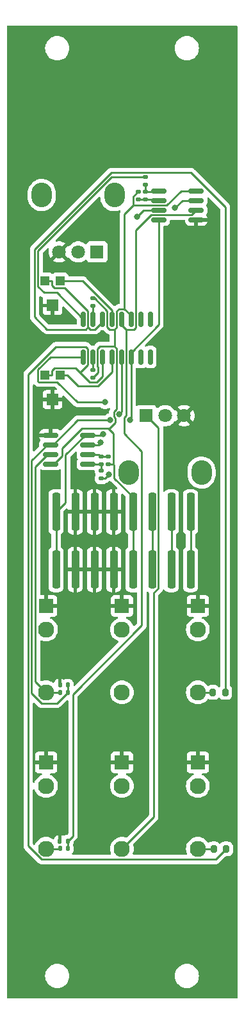
<source format=gbr>
%TF.GenerationSoftware,KiCad,Pcbnew,7.0.1*%
%TF.CreationDate,2023-04-20T06:23:29-07:00*%
%TF.ProjectId,wissystem_vca1,77697373-7973-4746-956d-5f766361312e,rev?*%
%TF.SameCoordinates,Original*%
%TF.FileFunction,Copper,L1,Top*%
%TF.FilePolarity,Positive*%
%FSLAX46Y46*%
G04 Gerber Fmt 4.6, Leading zero omitted, Abs format (unit mm)*
G04 Created by KiCad (PCBNEW 7.0.1) date 2023-04-20 06:23:29*
%MOMM*%
%LPD*%
G01*
G04 APERTURE LIST*
G04 Aperture macros list*
%AMRoundRect*
0 Rectangle with rounded corners*
0 $1 Rounding radius*
0 $2 $3 $4 $5 $6 $7 $8 $9 X,Y pos of 4 corners*
0 Add a 4 corners polygon primitive as box body*
4,1,4,$2,$3,$4,$5,$6,$7,$8,$9,$2,$3,0*
0 Add four circle primitives for the rounded corners*
1,1,$1+$1,$2,$3*
1,1,$1+$1,$4,$5*
1,1,$1+$1,$6,$7*
1,1,$1+$1,$8,$9*
0 Add four rect primitives between the rounded corners*
20,1,$1+$1,$2,$3,$4,$5,0*
20,1,$1+$1,$4,$5,$6,$7,0*
20,1,$1+$1,$6,$7,$8,$9,0*
20,1,$1+$1,$8,$9,$2,$3,0*%
G04 Aperture macros list end*
%TA.AperFunction,ComponentPad*%
%ADD10O,2.720000X3.240000*%
%TD*%
%TA.AperFunction,ComponentPad*%
%ADD11R,1.800000X1.800000*%
%TD*%
%TA.AperFunction,ComponentPad*%
%ADD12C,1.800000*%
%TD*%
%TA.AperFunction,SMDPad,CuDef*%
%ADD13RoundRect,0.255000X0.255000X-2.245000X0.255000X2.245000X-0.255000X2.245000X-0.255000X-2.245000X0*%
%TD*%
%TA.AperFunction,SMDPad,CuDef*%
%ADD14RoundRect,0.135000X0.185000X-0.135000X0.185000X0.135000X-0.185000X0.135000X-0.185000X-0.135000X0*%
%TD*%
%TA.AperFunction,SMDPad,CuDef*%
%ADD15RoundRect,0.135000X-0.135000X-0.185000X0.135000X-0.185000X0.135000X0.185000X-0.135000X0.185000X0*%
%TD*%
%TA.AperFunction,SMDPad,CuDef*%
%ADD16RoundRect,0.200000X0.200000X0.275000X-0.200000X0.275000X-0.200000X-0.275000X0.200000X-0.275000X0*%
%TD*%
%TA.AperFunction,SMDPad,CuDef*%
%ADD17R,1.200000X1.200000*%
%TD*%
%TA.AperFunction,SMDPad,CuDef*%
%ADD18R,1.600000X1.500000*%
%TD*%
%TA.AperFunction,SMDPad,CuDef*%
%ADD19RoundRect,0.150000X-0.825000X-0.150000X0.825000X-0.150000X0.825000X0.150000X-0.825000X0.150000X0*%
%TD*%
%TA.AperFunction,ComponentPad*%
%ADD20R,1.930000X1.830000*%
%TD*%
%TA.AperFunction,ComponentPad*%
%ADD21C,2.130000*%
%TD*%
%TA.AperFunction,SMDPad,CuDef*%
%ADD22RoundRect,0.135000X0.135000X0.185000X-0.135000X0.185000X-0.135000X-0.185000X0.135000X-0.185000X0*%
%TD*%
%TA.AperFunction,SMDPad,CuDef*%
%ADD23RoundRect,0.150000X0.825000X0.150000X-0.825000X0.150000X-0.825000X-0.150000X0.825000X-0.150000X0*%
%TD*%
%TA.AperFunction,SMDPad,CuDef*%
%ADD24RoundRect,0.135000X-0.185000X0.135000X-0.185000X-0.135000X0.185000X-0.135000X0.185000X0.135000X0*%
%TD*%
%TA.AperFunction,SMDPad,CuDef*%
%ADD25RoundRect,0.150000X0.150000X-0.850000X0.150000X0.850000X-0.150000X0.850000X-0.150000X-0.850000X0*%
%TD*%
%TA.AperFunction,ViaPad*%
%ADD26C,0.800000*%
%TD*%
%TA.AperFunction,Conductor*%
%ADD27C,0.250000*%
%TD*%
G04 APERTURE END LIST*
D10*
%TO.P,RV4,*%
%TO.N,*%
X34224000Y-42385600D03*
X24624000Y-42385600D03*
D11*
%TO.P,RV4,1,1*%
%TO.N,Net-(J_CV1-PadT)*%
X31924000Y-49885600D03*
D12*
%TO.P,RV4,2,2*%
%TO.N,Net-(U3A-+)*%
X29424000Y-49885600D03*
%TO.P,RV4,3,3*%
%TO.N,GND*%
X26924000Y-49885600D03*
%TD*%
D13*
%TO.P,J1,1,-12v_R*%
%TO.N,-12V*%
X26517600Y-91826400D03*
%TO.P,J1,2,-12v_L*%
X26517600Y-84226400D03*
%TO.P,J1,3,GND*%
%TO.N,GND*%
X29057600Y-91826400D03*
%TO.P,J1,4,GND*%
X29057600Y-84226400D03*
%TO.P,J1,5,GND_R3*%
X31597600Y-91826400D03*
%TO.P,J1,6,GND_L3*%
X31597600Y-84226400D03*
%TO.P,J1,7,GND_R2*%
X34137600Y-91826400D03*
%TO.P,J1,8,GND_L2*%
X34137600Y-84226400D03*
%TO.P,J1,9,+12V_R*%
%TO.N,+12V*%
X36677600Y-91826400D03*
%TO.P,J1,10,+12V_L*%
X36677600Y-84226400D03*
%TO.P,J1,11,+5v_R*%
%TO.N,+5V*%
X39217600Y-91826400D03*
%TO.P,J1,12,+5v_L*%
X39217600Y-84226400D03*
%TO.P,J1,13,CV_R*%
%TO.N,Net-(J1-CV_L)*%
X41757600Y-91826400D03*
%TO.P,J1,14,CV_L*%
X41757600Y-84226400D03*
%TO.P,J1,15,GATE_R*%
%TO.N,Net-(J1-GATE_L)*%
X44297600Y-91826400D03*
%TO.P,J1,16,GATE_L*%
X44297600Y-84226400D03*
%TD*%
D14*
%TO.P,R3,1*%
%TO.N,+12V*%
X31394400Y-66501200D03*
%TO.P,R3,2*%
%TO.N,Net-(U2A-D)*%
X31394400Y-65481200D03*
%TD*%
D15*
%TO.P,R6,1*%
%TO.N,GND*%
X27025600Y-107086400D03*
%TO.P,R6,2*%
%TO.N,Net-(U1B--)*%
X28045600Y-107086400D03*
%TD*%
D16*
%TO.P,R4,1*%
%TO.N,Net-(U2A-+)*%
X48995600Y-128727200D03*
%TO.P,R4,2*%
%TO.N,Net-(J_SIG3-PadT)*%
X47345600Y-128727200D03*
%TD*%
D17*
%TO.P,RV3,1,1*%
%TO.N,Net-(U2B--)*%
X27060400Y-53724400D03*
D18*
%TO.P,RV3,2,2*%
%TO.N,GND*%
X26060400Y-56974400D03*
D17*
%TO.P,RV3,3,3*%
%TO.N,Net-(U2B-+)*%
X25060400Y-53724400D03*
%TD*%
D19*
%TO.P,U3,8,V+*%
%TO.N,+12V*%
X45045400Y-41833800D03*
%TO.P,U3,7*%
%TO.N,Net-(J_OUT2-PadT)*%
X45045400Y-43103800D03*
%TO.P,U3,6,-*%
%TO.N,Net-(U3B--)*%
X45045400Y-44373800D03*
%TO.P,U3,5,+*%
%TO.N,GND*%
X45045400Y-45643800D03*
%TO.P,U3,4,V-*%
%TO.N,-12V*%
X40095400Y-45643800D03*
%TO.P,U3,3,+*%
%TO.N,Net-(U3A-+)*%
X40095400Y-44373800D03*
%TO.P,U3,2,-*%
%TO.N,Net-(U3A--)*%
X40095400Y-43103800D03*
%TO.P,U3,1*%
%TO.N,Net-(R11-Pad2)*%
X40095400Y-41833800D03*
%TD*%
D20*
%TO.P,J_OUT1,S*%
%TO.N,GND*%
X25196800Y-96651600D03*
D21*
%TO.P,J_OUT1,T*%
%TO.N,Net-(J_OUT1-PadT)*%
X25196800Y-108051600D03*
%TO.P,J_OUT1,TN*%
%TO.N,unconnected-(J_OUT1-PadTN)*%
X25196800Y-99751600D03*
%TD*%
D16*
%TO.P,R10,1*%
%TO.N,Net-(U2B-+)*%
X48894000Y-108051600D03*
%TO.P,R10,2*%
%TO.N,Net-(J_SIG1-PadT)*%
X47244000Y-108051600D03*
%TD*%
D15*
%TO.P,R13,1*%
%TO.N,GND*%
X27021600Y-127711200D03*
%TO.P,R13,2*%
%TO.N,Net-(U3B--)*%
X28041600Y-127711200D03*
%TD*%
D21*
%TO.P,J_CV2,TN*%
%TO.N,unconnected-(J_CV2-PadTN)*%
X35229800Y-120408400D03*
%TO.P,J_CV2,T*%
%TO.N,Net-(J_CV2-PadT)*%
X35229800Y-128708400D03*
D20*
%TO.P,J_CV2,S*%
%TO.N,GND*%
X35229800Y-117308400D03*
%TD*%
%TO.P,J_OUT2,S*%
%TO.N,GND*%
X25196800Y-117308400D03*
D21*
%TO.P,J_OUT2,T*%
%TO.N,Net-(J_OUT2-PadT)*%
X25196800Y-128708400D03*
%TO.P,J_OUT2,TN*%
%TO.N,unconnected-(J_OUT2-PadTN)*%
X25196800Y-120408400D03*
%TD*%
D22*
%TO.P,R7,2*%
%TO.N,Net-(J_OUT1-PadT)*%
X27023600Y-108051600D03*
%TO.P,R7,1*%
%TO.N,Net-(U1B--)*%
X28043600Y-108051600D03*
%TD*%
D23*
%TO.P,U1,1*%
%TO.N,Net-(R1-Pad2)*%
X30719800Y-77901800D03*
%TO.P,U1,2,-*%
%TO.N,Net-(U1A--)*%
X30719800Y-76631800D03*
%TO.P,U1,3,+*%
%TO.N,Net-(U1A-+)*%
X30719800Y-75361800D03*
%TO.P,U1,4,V-*%
%TO.N,-12V*%
X30719800Y-74091800D03*
%TO.P,U1,5,+*%
%TO.N,GND*%
X25769800Y-74091800D03*
%TO.P,U1,6,-*%
%TO.N,Net-(U1B--)*%
X25769800Y-75361800D03*
%TO.P,U1,7*%
%TO.N,Net-(J_OUT1-PadT)*%
X25769800Y-76631800D03*
%TO.P,U1,8,V+*%
%TO.N,+12V*%
X25769800Y-77901800D03*
%TD*%
D22*
%TO.P,R14,1*%
%TO.N,Net-(U3B--)*%
X28045600Y-128676400D03*
%TO.P,R14,2*%
%TO.N,Net-(J_OUT2-PadT)*%
X27025600Y-128676400D03*
%TD*%
D14*
%TO.P,R2,1*%
%TO.N,+12V*%
X33426400Y-77927200D03*
%TO.P,R2,2*%
%TO.N,Net-(U1A--)*%
X33426400Y-76907200D03*
%TD*%
D24*
%TO.P,R8,1*%
%TO.N,+12V*%
X37388800Y-41910000D03*
%TO.P,R8,2*%
%TO.N,Net-(U3A--)*%
X37388800Y-42930000D03*
%TD*%
%TO.P,R9,1*%
%TO.N,+12V*%
X31343600Y-56028400D03*
%TO.P,R9,2*%
%TO.N,Net-(U2B-D)*%
X31343600Y-57048400D03*
%TD*%
%TO.P,R1,1*%
%TO.N,Net-(U1A--)*%
X32461200Y-76907200D03*
%TO.P,R1,2*%
%TO.N,Net-(R1-Pad2)*%
X32461200Y-77927200D03*
%TD*%
D25*
%TO.P,U2,16*%
%TO.N,Net-(R12-Pad1)*%
X30099000Y-58764800D03*
%TO.P,U2,15,D*%
%TO.N,Net-(U2B-D)*%
X31369000Y-58764800D03*
%TO.P,U2,14,+*%
%TO.N,Net-(U2B-+)*%
X32639000Y-58764800D03*
%TO.P,U2,13,-*%
%TO.N,Net-(U2B--)*%
X33909000Y-58764800D03*
%TO.P,U2,12*%
%TO.N,Net-(U3B--)*%
X35179000Y-58764800D03*
%TO.P,U2,11,V+*%
%TO.N,+12V*%
X36449000Y-58764800D03*
%TO.P,U2,10*%
%TO.N,unconnected-(U2-Pad10)*%
X37719000Y-58764800D03*
%TO.P,U2,9*%
%TO.N,unconnected-(U2-Pad9)*%
X38989000Y-58764800D03*
%TO.P,U2,8*%
%TO.N,unconnected-(U2-Pad8)*%
X38989000Y-63764800D03*
%TO.P,U2,7*%
%TO.N,unconnected-(U2-Pad7)*%
X37719000Y-63764800D03*
%TO.P,U2,6,V-*%
%TO.N,-12V*%
X36449000Y-63764800D03*
%TO.P,U2,5*%
%TO.N,Net-(U1B--)*%
X35179000Y-63764800D03*
%TO.P,U2,4,-*%
%TO.N,Net-(U2A--)*%
X33909000Y-63764800D03*
%TO.P,U2,3,+*%
%TO.N,Net-(U2A-+)*%
X32639000Y-63764800D03*
%TO.P,U2,2,D*%
%TO.N,Net-(U2A-D)*%
X31369000Y-63764800D03*
%TO.P,U2,1*%
%TO.N,Net-(R5-Pad1)*%
X30099000Y-63764800D03*
%TD*%
D14*
%TO.P,R5,1*%
%TO.N,Net-(R5-Pad1)*%
X32461200Y-79808800D03*
%TO.P,R5,2*%
%TO.N,Net-(R1-Pad2)*%
X32461200Y-78788800D03*
%TD*%
D20*
%TO.P,J_SIG3,S*%
%TO.N,GND*%
X45262800Y-117308400D03*
D21*
%TO.P,J_SIG3,T*%
%TO.N,Net-(J_SIG3-PadT)*%
X45262800Y-128708400D03*
%TO.P,J_SIG3,TN*%
%TO.N,unconnected-(J_SIG3-PadTN)*%
X45262800Y-120408400D03*
%TD*%
%TO.P,J_CV1,TN*%
%TO.N,unconnected-(J_CV1-PadTN)*%
X35229800Y-99751600D03*
%TO.P,J_CV1,T*%
%TO.N,Net-(J_CV1-PadT)*%
X35229800Y-108051600D03*
D20*
%TO.P,J_CV1,S*%
%TO.N,GND*%
X35229800Y-96651600D03*
%TD*%
D14*
%TO.P,R11,1*%
%TO.N,Net-(U3A--)*%
X38354000Y-42930000D03*
%TO.P,R11,2*%
%TO.N,Net-(R11-Pad2)*%
X38354000Y-41910000D03*
%TD*%
D10*
%TO.P,RV1,*%
%TO.N,*%
X36144800Y-79026400D03*
X45744800Y-79026400D03*
D11*
%TO.P,RV1,1,1*%
%TO.N,Net-(J_CV2-PadT)*%
X38444800Y-71526400D03*
D12*
%TO.P,RV1,2,2*%
%TO.N,Net-(U1A-+)*%
X40944800Y-71526400D03*
%TO.P,RV1,3,3*%
%TO.N,GND*%
X43444800Y-71526400D03*
%TD*%
D24*
%TO.P,R12,1*%
%TO.N,Net-(R12-Pad1)*%
X38354000Y-40028400D03*
%TO.P,R12,2*%
%TO.N,Net-(R11-Pad2)*%
X38354000Y-41048400D03*
%TD*%
D20*
%TO.P,J_SIG1,S*%
%TO.N,GND*%
X45262800Y-96651600D03*
D21*
%TO.P,J_SIG1,T*%
%TO.N,Net-(J_SIG1-PadT)*%
X45262800Y-108051600D03*
%TO.P,J_SIG1,TN*%
%TO.N,unconnected-(J_SIG1-PadTN)*%
X45262800Y-99751600D03*
%TD*%
D17*
%TO.P,RV2,3,3*%
%TO.N,Net-(U2A-+)*%
X25060400Y-66147200D03*
D18*
%TO.P,RV2,2,2*%
%TO.N,GND*%
X26060400Y-69397200D03*
D17*
%TO.P,RV2,1,1*%
%TO.N,Net-(U2A--)*%
X27060400Y-66147200D03*
%TD*%
D26*
%TO.N,GND*%
X32918400Y-95351600D03*
X32816800Y-80975200D03*
X32867600Y-87934800D03*
X30276800Y-95351600D03*
X30276800Y-80975200D03*
X30022800Y-88087200D03*
X35356800Y-87985600D03*
X25958800Y-71932800D03*
X26060400Y-58877200D03*
%TO.N,Net-(U3A-+)*%
X37233500Y-45253500D03*
%TO.N,Net-(U1A-+)*%
X32400100Y-75067700D03*
%TO.N,Net-(U1B--)*%
X33636200Y-72126400D03*
X34883100Y-71322300D03*
%TO.N,Net-(R5-Pad1)*%
X32974500Y-69744800D03*
X33491700Y-79268500D03*
%TO.N,Net-(J_OUT2-PadT)*%
X42227100Y-44093100D03*
%TO.N,-12V*%
X32760200Y-73929500D03*
X36263500Y-72053700D03*
%TD*%
D27*
%TO.N,Net-(J_CV2-PadT)*%
X40052600Y-73134200D02*
X38444800Y-71526400D01*
X39420800Y-94943444D02*
X40052600Y-94311644D01*
X39420800Y-124517400D02*
X39420800Y-94943444D01*
X40052600Y-94311644D02*
X40052600Y-73134200D01*
X35229800Y-128708400D02*
X39420800Y-124517400D01*
%TO.N,Net-(U3B--)*%
X35511000Y-73889200D02*
X37856400Y-76234600D01*
X28752800Y-108313900D02*
X28752800Y-126999800D01*
X35511000Y-71780700D02*
X35511000Y-73889200D01*
X37856400Y-99210300D02*
X28752800Y-108313900D01*
X35814000Y-71477700D02*
X35511000Y-71780700D01*
X37856400Y-76234600D02*
X37856400Y-99210300D01*
X35814000Y-60161700D02*
X35814000Y-71477700D01*
X28752800Y-126999800D02*
X28041600Y-127711000D01*
%TO.N,Net-(U2B-+)*%
X33836600Y-39432700D02*
X44354600Y-39432700D01*
X44354600Y-39432700D02*
X48894000Y-43972100D01*
X25311000Y-60109000D02*
X23682700Y-58480700D01*
X23682700Y-49586600D02*
X33836600Y-39432700D01*
X30471800Y-60109000D02*
X25311000Y-60109000D01*
X23682700Y-58480700D02*
X23682700Y-49586600D01*
X48894000Y-43972100D02*
X48894000Y-108051600D01*
X30734000Y-59846800D02*
X30471800Y-60109000D01*
%TO.N,Net-(U3A-+)*%
X38113200Y-44373800D02*
X37233500Y-45253500D01*
X40095400Y-44373800D02*
X38113200Y-44373800D01*
%TO.N,Net-(U2B--)*%
X30027500Y-53724400D02*
X27060400Y-53724400D01*
X33909000Y-57605900D02*
X30027500Y-53724400D01*
X33909000Y-58764800D02*
X33909000Y-57605900D01*
%TO.N,Net-(U2A--)*%
X33909000Y-65711500D02*
X33909000Y-63764800D01*
X32019200Y-67601300D02*
X33909000Y-65711500D01*
X29439600Y-67601300D02*
X32019200Y-67601300D01*
X27985500Y-66147200D02*
X29439600Y-67601300D01*
X27060400Y-66147200D02*
X27985500Y-66147200D01*
%TO.N,Net-(U1A-+)*%
X32106000Y-75361800D02*
X32400100Y-75067700D01*
X30719800Y-75361800D02*
X32106000Y-75361800D01*
%TO.N,Net-(U3B--)*%
X28045600Y-128676000D02*
X28045600Y-128676400D01*
X28045600Y-127715000D02*
X28041600Y-127711000D01*
X28045600Y-128676000D02*
X28045600Y-127715000D01*
X44401200Y-45018000D02*
X45045400Y-44373800D01*
X39073300Y-45018000D02*
X44401200Y-45018000D01*
X37084000Y-47007300D02*
X39073300Y-45018000D01*
X37084000Y-59868300D02*
X37084000Y-47007300D01*
X36790600Y-60161700D02*
X37084000Y-59868300D01*
X35814000Y-60161700D02*
X36790600Y-60161700D01*
X35179000Y-59526700D02*
X35814000Y-60161700D01*
X35179000Y-58764800D02*
X35179000Y-59526700D01*
X28041600Y-127711000D02*
X28041600Y-127711200D01*
%TO.N,Net-(R12-Pad1)*%
X33877600Y-40028400D02*
X38354000Y-40028400D01*
X24135200Y-49770800D02*
X33877600Y-40028400D01*
X24135200Y-54474800D02*
X24135200Y-49770800D01*
X24935000Y-55274600D02*
X24135200Y-54474800D01*
X26608800Y-55274600D02*
X24935000Y-55274600D01*
X30099000Y-58764800D02*
X26608800Y-55274600D01*
%TO.N,Net-(R11-Pad2)*%
X38354000Y-41910000D02*
X38354000Y-41048400D01*
X40019200Y-41910000D02*
X40095400Y-41833800D01*
X38354000Y-41910000D02*
X40019200Y-41910000D01*
%TO.N,Net-(U2B-+)*%
X25060400Y-53724400D02*
X25985500Y-53724400D01*
X31041700Y-60154500D02*
X30734000Y-59846800D01*
X31656900Y-60154500D02*
X31041700Y-60154500D01*
X32639000Y-59172400D02*
X31656900Y-60154500D01*
X32639000Y-58764800D02*
X32639000Y-59172400D01*
X25985500Y-54331600D02*
X25985500Y-53724400D01*
X26303400Y-54649500D02*
X25985500Y-54331600D01*
X27676600Y-54649500D02*
X26303400Y-54649500D01*
X30734000Y-57706900D02*
X27676600Y-54649500D01*
X30734000Y-59846800D02*
X30734000Y-57706900D01*
%TO.N,Net-(U2B-D)*%
X31369000Y-57073800D02*
X31343600Y-57048400D01*
X31369000Y-58764800D02*
X31369000Y-57073800D01*
%TO.N,Net-(U3A--)*%
X39921600Y-42930000D02*
X40095400Y-43103800D01*
X38354000Y-42930000D02*
X39921600Y-42930000D01*
X38354000Y-42930000D02*
X37388800Y-42930000D01*
%TO.N,Net-(U1B--)*%
X28043600Y-107088000D02*
X28045600Y-107086000D01*
X28043600Y-108051600D02*
X28043600Y-107088000D01*
X28045600Y-107086000D02*
X28045600Y-107086400D01*
X28043600Y-108052000D02*
X28043600Y-108051600D01*
X25390900Y-75361800D02*
X25769800Y-75361800D01*
X23291600Y-77461100D02*
X25390900Y-75361800D01*
X23291600Y-108177500D02*
X23291600Y-77461100D01*
X24594000Y-109479900D02*
X23291600Y-108177500D01*
X26615700Y-109479900D02*
X24594000Y-109479900D01*
X28043600Y-108052000D02*
X26615700Y-109479900D01*
X29383000Y-72126400D02*
X33636200Y-72126400D01*
X26147600Y-75361800D02*
X29383000Y-72126400D01*
X25769800Y-75361800D02*
X26147600Y-75361800D01*
X35179000Y-71026400D02*
X35179000Y-63764800D01*
X34883100Y-71322300D02*
X35179000Y-71026400D01*
%TO.N,Net-(R5-Pad1)*%
X29342600Y-69744800D02*
X32974500Y-69744800D01*
X26670200Y-67072400D02*
X29342600Y-69744800D01*
X24240500Y-67072400D02*
X26670200Y-67072400D01*
X24135200Y-66967100D02*
X24240500Y-67072400D01*
X24135200Y-65388000D02*
X24135200Y-66967100D01*
X25758400Y-63764800D02*
X24135200Y-65388000D01*
X30099000Y-63764800D02*
X25758400Y-63764800D01*
X32951400Y-79808800D02*
X32461200Y-79808800D01*
X33491700Y-79268500D02*
X32951400Y-79808800D01*
%TO.N,Net-(U2A-+)*%
X25060400Y-66147200D02*
X25985500Y-66147200D01*
X30734000Y-64823300D02*
X29712700Y-65844600D01*
X30734000Y-62718200D02*
X30734000Y-64823300D01*
X30431000Y-62415200D02*
X30734000Y-62718200D01*
X26471400Y-62415200D02*
X30431000Y-62415200D01*
X22839700Y-66046900D02*
X26471400Y-62415200D01*
X22839700Y-128346700D02*
X22839700Y-66046900D01*
X24614300Y-130121300D02*
X22839700Y-128346700D01*
X47601500Y-130121300D02*
X24614300Y-130121300D01*
X48995600Y-128727200D02*
X47601500Y-130121300D01*
X29090100Y-65222000D02*
X29712700Y-65844600D01*
X26303600Y-65222000D02*
X29090100Y-65222000D01*
X25985500Y-65540100D02*
X26303600Y-65222000D01*
X25985500Y-66147200D02*
X25985500Y-65540100D01*
X32639000Y-66329200D02*
X32639000Y-63764800D01*
X31860400Y-67107800D02*
X32639000Y-66329200D01*
X30975900Y-67107800D02*
X31860400Y-67107800D01*
X29712700Y-65844600D02*
X30975900Y-67107800D01*
%TO.N,Net-(U2A-D)*%
X31394400Y-63790200D02*
X31369000Y-63764800D01*
X31394400Y-65481200D02*
X31394400Y-63790200D01*
%TO.N,Net-(R1-Pad2)*%
X32461200Y-77927200D02*
X32461200Y-78788800D01*
X32435800Y-77901800D02*
X32461200Y-77927200D01*
X30719800Y-77901800D02*
X32435800Y-77901800D01*
%TO.N,Net-(U1A--)*%
X32461200Y-76907200D02*
X33426400Y-76907200D01*
X32185800Y-76631800D02*
X32461200Y-76907200D01*
X30719800Y-76631800D02*
X32185800Y-76631800D01*
%TO.N,Net-(J_SIG3-PadT)*%
X47326800Y-128708000D02*
X47345600Y-128727000D01*
X45262800Y-128708000D02*
X47326800Y-128708000D01*
X47345600Y-128727000D02*
X47345600Y-128727200D01*
X45262800Y-128708400D02*
X45262800Y-128708000D01*
%TO.N,Net-(J_SIG1-PadT)*%
X45262800Y-108052000D02*
X45263200Y-108052000D01*
X45263200Y-108052000D02*
X45262800Y-108051600D01*
X45263200Y-108052000D02*
X47243600Y-108052000D01*
X47243600Y-108052000D02*
X47244000Y-108052000D01*
X47243600Y-108052000D02*
X47244000Y-108051600D01*
%TO.N,Net-(J_OUT2-PadT)*%
X27009600Y-128692000D02*
X27025600Y-128676000D01*
X27010000Y-128692000D02*
X27025600Y-128676400D01*
X27009600Y-128692000D02*
X27010000Y-128692000D01*
X25196800Y-128708000D02*
X25197200Y-128708000D01*
X26993600Y-128708000D02*
X27009600Y-128692000D01*
X25197200Y-128708000D02*
X26993600Y-128708000D01*
X25197200Y-128708000D02*
X25196800Y-128708400D01*
X43216400Y-43103800D02*
X45045400Y-43103800D01*
X42227100Y-44093100D02*
X43216400Y-43103800D01*
%TO.N,Net-(J_OUT1-PadT)*%
X27023200Y-108052000D02*
X27023600Y-108052000D01*
X27023200Y-108052000D02*
X27023600Y-108051600D01*
X25196800Y-108052000D02*
X25197200Y-108052000D01*
X25197200Y-108052000D02*
X27023200Y-108052000D01*
X25197200Y-108052000D02*
X25196800Y-108051600D01*
X25390200Y-76631800D02*
X25769800Y-76631800D01*
X23792900Y-78229100D02*
X25390200Y-76631800D01*
X23792900Y-106647700D02*
X23792900Y-78229100D01*
X25196800Y-108051600D02*
X23792900Y-106647700D01*
%TO.N,Net-(J1-GATE_L)*%
X44297600Y-91826400D02*
X44297600Y-84226400D01*
%TO.N,Net-(J1-CV_L)*%
X41757600Y-84226400D02*
X41757600Y-91826400D01*
%TO.N,+5V*%
X39217600Y-91826400D02*
X39217600Y-84226400D01*
%TO.N,+12V*%
X36677600Y-84226400D02*
X36677600Y-91826400D01*
X33426400Y-77927200D02*
X34115700Y-77927200D01*
X34216800Y-78028300D02*
X34115700Y-77927200D01*
X34216800Y-79771100D02*
X34216800Y-78028300D01*
X36677600Y-82231900D02*
X34216800Y-79771100D01*
X36677600Y-84226400D02*
X36677600Y-82231900D01*
X34115700Y-73873400D02*
X34115700Y-77927200D01*
X33515200Y-73272900D02*
X34115700Y-73873400D01*
X26219900Y-77901800D02*
X25769800Y-77901800D01*
X27314000Y-76807700D02*
X26219900Y-77901800D01*
X27314000Y-75823400D02*
X27314000Y-76807700D01*
X29933000Y-73204400D02*
X27314000Y-75823400D01*
X33446700Y-73204400D02*
X29933000Y-73204400D01*
X33515200Y-73272900D02*
X33446700Y-73204400D01*
X32301200Y-62379200D02*
X34226500Y-62379200D01*
X32004000Y-62676400D02*
X32301200Y-62379200D01*
X32004000Y-65042500D02*
X32004000Y-62676400D01*
X32059200Y-65097700D02*
X32004000Y-65042500D01*
X32059200Y-65836400D02*
X32059200Y-65097700D01*
X31394400Y-66501200D02*
X32059200Y-65836400D01*
X34387200Y-72400900D02*
X33515200Y-73272900D01*
X34387200Y-71851800D02*
X34387200Y-72400900D01*
X34158000Y-71622600D02*
X34387200Y-71851800D01*
X34158000Y-71022000D02*
X34158000Y-71622600D01*
X34544000Y-70636000D02*
X34158000Y-71022000D01*
X34544000Y-62696700D02*
X34544000Y-70636000D01*
X34226500Y-62379200D02*
X34544000Y-62696700D01*
X34226500Y-62379200D02*
X34226500Y-60147100D01*
X31607000Y-56028400D02*
X31343600Y-56028400D01*
X33274000Y-57695400D02*
X31607000Y-56028400D01*
X33274000Y-59807300D02*
X33274000Y-57695400D01*
X33613800Y-60147100D02*
X33274000Y-59807300D01*
X34226500Y-60147100D02*
X33613800Y-60147100D01*
X36742700Y-42556100D02*
X36742700Y-43738800D01*
X37388800Y-41910000D02*
X36742700Y-42556100D01*
X43036500Y-41833800D02*
X45045400Y-41833800D01*
X41131500Y-43738800D02*
X43036500Y-41833800D01*
X36742700Y-43738800D02*
X41131500Y-43738800D01*
X35550500Y-44931000D02*
X36742700Y-43738800D01*
X35550500Y-57423800D02*
X35550500Y-44931000D01*
X34820600Y-57423800D02*
X35550500Y-57423800D01*
X34543900Y-57700500D02*
X34820600Y-57423800D01*
X34543900Y-59829700D02*
X34543900Y-57700500D01*
X34226500Y-60147100D02*
X34543900Y-59829700D01*
X36449000Y-58322300D02*
X36449000Y-58764800D01*
X35550500Y-57423800D02*
X36449000Y-58322300D01*
%TO.N,-12V*%
X26517600Y-91826400D02*
X26517600Y-84226400D01*
X30341900Y-74091800D02*
X30719800Y-74091800D01*
X27764200Y-76669500D02*
X30341900Y-74091800D01*
X27764200Y-82979800D02*
X27764200Y-76669500D01*
X26517600Y-84226400D02*
X27764200Y-82979800D01*
X32597900Y-74091800D02*
X32760200Y-73929500D01*
X30719800Y-74091800D02*
X32597900Y-74091800D01*
X36449000Y-71868200D02*
X36449000Y-63764800D01*
X36263500Y-72053700D02*
X36449000Y-71868200D01*
X40095400Y-59514200D02*
X40095400Y-45643800D01*
X36449000Y-63160600D02*
X40095400Y-59514200D01*
X36449000Y-63764800D02*
X36449000Y-63160600D01*
%TO.N,GND*%
X34137600Y-84226400D02*
X34137600Y-91826400D01*
X31597600Y-91826400D02*
X34137600Y-91826400D01*
X31597600Y-84226400D02*
X31597600Y-91826400D01*
X29057600Y-84226400D02*
X29057600Y-91826400D01*
X34137600Y-91826400D02*
X31597600Y-91826400D01*
X31597600Y-91826400D02*
X29057600Y-91826400D01*
X29057600Y-84226400D02*
X31597600Y-84226400D01*
X31597600Y-84226400D02*
X34137600Y-84226400D01*
%TD*%
%TA.AperFunction,Conductor*%
%TO.N,GND*%
G36*
X38644901Y-94762024D02*
G01*
X38707754Y-94782851D01*
X38756769Y-94813214D01*
X38786754Y-94862465D01*
X38791224Y-94919952D01*
X38790640Y-94923639D01*
X38794750Y-94967119D01*
X38795300Y-94978788D01*
X38795300Y-124206948D01*
X38785861Y-124254401D01*
X38758981Y-124294629D01*
X35861067Y-127192540D01*
X35820839Y-127219420D01*
X35773386Y-127228859D01*
X35725933Y-127219420D01*
X35715061Y-127214916D01*
X35475456Y-127157393D01*
X35229800Y-127138059D01*
X34984143Y-127157393D01*
X34744538Y-127214916D01*
X34516878Y-127309217D01*
X34306778Y-127437966D01*
X34119401Y-127598001D01*
X33959366Y-127785378D01*
X33830618Y-127995476D01*
X33830616Y-127995480D01*
X33829216Y-127998861D01*
X33736316Y-128223138D01*
X33678793Y-128462743D01*
X33659459Y-128708400D01*
X33678793Y-128954056D01*
X33736317Y-129193664D01*
X33790448Y-129324348D01*
X33799290Y-129383954D01*
X33778989Y-129440691D01*
X33734340Y-129481158D01*
X33675887Y-129495800D01*
X28744295Y-129495800D01*
X28688000Y-129482285D01*
X28643977Y-129444685D01*
X28621822Y-129391198D01*
X28626364Y-129333482D01*
X28656614Y-129284119D01*
X28656614Y-129284118D01*
X28686735Y-129253998D01*
X28768469Y-129115793D01*
X28813265Y-128961604D01*
X28816100Y-128925581D01*
X28816099Y-128427220D01*
X28813265Y-128391196D01*
X28780276Y-128277646D01*
X28764099Y-128221964D01*
X28766376Y-128221302D01*
X28759979Y-128202637D01*
X28763922Y-128152475D01*
X28774124Y-128117360D01*
X28809265Y-127996404D01*
X28812100Y-127960381D01*
X28812099Y-127876450D01*
X28821538Y-127828999D01*
X28848415Y-127788773D01*
X29136586Y-127500602D01*
X29152687Y-127487704D01*
X29154674Y-127485587D01*
X29154677Y-127485586D01*
X29200732Y-127436541D01*
X29203413Y-127433776D01*
X29211193Y-127425996D01*
X29222920Y-127414270D01*
X29225381Y-127411095D01*
X29232952Y-127402231D01*
X29262862Y-127370382D01*
X29272513Y-127352826D01*
X29283193Y-127336567D01*
X29295474Y-127320736D01*
X29312818Y-127280651D01*
X29317960Y-127270156D01*
X29338997Y-127231892D01*
X29343978Y-127212488D01*
X29350280Y-127194083D01*
X29358238Y-127175695D01*
X29365070Y-127132548D01*
X29367439Y-127121116D01*
X29378300Y-127078820D01*
X29378300Y-127058784D01*
X29379827Y-127039385D01*
X29382960Y-127019604D01*
X29378850Y-126976125D01*
X29378300Y-126964456D01*
X29378300Y-120408400D01*
X33659459Y-120408400D01*
X33678793Y-120654056D01*
X33736316Y-120893661D01*
X33783466Y-121007491D01*
X33830616Y-121121320D01*
X33959367Y-121331423D01*
X34119401Y-121518799D01*
X34306777Y-121678833D01*
X34516880Y-121807584D01*
X34744538Y-121901883D01*
X34984145Y-121959407D01*
X35229800Y-121978741D01*
X35475455Y-121959407D01*
X35715062Y-121901883D01*
X35942720Y-121807584D01*
X36152823Y-121678833D01*
X36340199Y-121518799D01*
X36500233Y-121331423D01*
X36628984Y-121121320D01*
X36723283Y-120893662D01*
X36780807Y-120654055D01*
X36800141Y-120408400D01*
X36780807Y-120162745D01*
X36723283Y-119923138D01*
X36628984Y-119695480D01*
X36500233Y-119485377D01*
X36340199Y-119298001D01*
X36152823Y-119137967D01*
X35942720Y-119009216D01*
X35828635Y-118961960D01*
X35775771Y-118920285D01*
X35752471Y-118857129D01*
X35765604Y-118791105D01*
X35811299Y-118741673D01*
X35876089Y-118723400D01*
X36242624Y-118723400D01*
X36302175Y-118716997D01*
X36436889Y-118666752D01*
X36551988Y-118580588D01*
X36638152Y-118465489D01*
X36688397Y-118330775D01*
X36694800Y-118271224D01*
X36694800Y-117558400D01*
X33764800Y-117558400D01*
X33764800Y-118271224D01*
X33771202Y-118330775D01*
X33821447Y-118465489D01*
X33907611Y-118580588D01*
X34022710Y-118666752D01*
X34157424Y-118716997D01*
X34216976Y-118723400D01*
X34583511Y-118723400D01*
X34648301Y-118741673D01*
X34693996Y-118791105D01*
X34707129Y-118857129D01*
X34683829Y-118920285D01*
X34630964Y-118961961D01*
X34516878Y-119009217D01*
X34306778Y-119137966D01*
X34119401Y-119298001D01*
X33959366Y-119485378D01*
X33830617Y-119695478D01*
X33736316Y-119923138D01*
X33678793Y-120162743D01*
X33659459Y-120408400D01*
X29378300Y-120408400D01*
X29378300Y-117058400D01*
X33764800Y-117058400D01*
X34979800Y-117058400D01*
X34979800Y-115893400D01*
X35479800Y-115893400D01*
X35479800Y-117058400D01*
X36694800Y-117058400D01*
X36694800Y-116345576D01*
X36688397Y-116286024D01*
X36638152Y-116151310D01*
X36551988Y-116036211D01*
X36436889Y-115950047D01*
X36302175Y-115899802D01*
X36242624Y-115893400D01*
X35479800Y-115893400D01*
X34979800Y-115893400D01*
X34216976Y-115893400D01*
X34157424Y-115899802D01*
X34022710Y-115950047D01*
X33907611Y-116036211D01*
X33821447Y-116151310D01*
X33771202Y-116286024D01*
X33764800Y-116345576D01*
X33764800Y-117058400D01*
X29378300Y-117058400D01*
X29378300Y-108624352D01*
X29387739Y-108576899D01*
X29414619Y-108536671D01*
X29899690Y-108051600D01*
X33659459Y-108051600D01*
X33678793Y-108297256D01*
X33736316Y-108536861D01*
X33781843Y-108646772D01*
X33830616Y-108764520D01*
X33959367Y-108974623D01*
X34119401Y-109161999D01*
X34306777Y-109322033D01*
X34516880Y-109450784D01*
X34744538Y-109545083D01*
X34984145Y-109602607D01*
X35229800Y-109621941D01*
X35475455Y-109602607D01*
X35715062Y-109545083D01*
X35942720Y-109450784D01*
X36152823Y-109322033D01*
X36340199Y-109161999D01*
X36500233Y-108974623D01*
X36628984Y-108764520D01*
X36723283Y-108536862D01*
X36780807Y-108297255D01*
X36800141Y-108051600D01*
X36780807Y-107805945D01*
X36723283Y-107566338D01*
X36628984Y-107338680D01*
X36500233Y-107128577D01*
X36340199Y-106941201D01*
X36152823Y-106781167D01*
X35942720Y-106652416D01*
X35802481Y-106594327D01*
X35715061Y-106558116D01*
X35475456Y-106500593D01*
X35229800Y-106481259D01*
X34984143Y-106500593D01*
X34744538Y-106558116D01*
X34550218Y-106638606D01*
X34529939Y-106647007D01*
X34516878Y-106652417D01*
X34306778Y-106781166D01*
X34119401Y-106941201D01*
X33959366Y-107128578D01*
X33830617Y-107338678D01*
X33736316Y-107566338D01*
X33678793Y-107805943D01*
X33659459Y-108051600D01*
X29899690Y-108051600D01*
X31614043Y-106337247D01*
X38240186Y-99711102D01*
X38256287Y-99698204D01*
X38258274Y-99696087D01*
X38258277Y-99696086D01*
X38304332Y-99647041D01*
X38307013Y-99644276D01*
X38326520Y-99624770D01*
X38328981Y-99621595D01*
X38336552Y-99612731D01*
X38366462Y-99580882D01*
X38376113Y-99563326D01*
X38386793Y-99547067D01*
X38399074Y-99531236D01*
X38416418Y-99491151D01*
X38421560Y-99480656D01*
X38442597Y-99442392D01*
X38447578Y-99422988D01*
X38453880Y-99404583D01*
X38461838Y-99386195D01*
X38468670Y-99343048D01*
X38471039Y-99331616D01*
X38481900Y-99289320D01*
X38481900Y-99269284D01*
X38483427Y-99249885D01*
X38486560Y-99230104D01*
X38482450Y-99186625D01*
X38481900Y-99174956D01*
X38481900Y-94879731D01*
X38495497Y-94823276D01*
X38533306Y-94779202D01*
X38587035Y-94757174D01*
X38644901Y-94762024D01*
G37*
%TD.AperFunction*%
%TA.AperFunction,Conductor*%
G36*
X28076185Y-109051933D02*
G01*
X28113785Y-109095956D01*
X28127300Y-109152251D01*
X28127300Y-126689347D01*
X28117861Y-126736800D01*
X28090980Y-126777029D01*
X28013625Y-126854382D01*
X27973398Y-126881261D01*
X27925946Y-126890700D01*
X27842421Y-126890700D01*
X27806394Y-126893535D01*
X27652207Y-126938330D01*
X27594227Y-126972619D01*
X27531107Y-126989886D01*
X27467987Y-126972618D01*
X27410795Y-126938795D01*
X27271599Y-126898355D01*
X27271600Y-126898356D01*
X27271600Y-127450792D01*
X27271218Y-127460518D01*
X27271100Y-127462018D01*
X27271100Y-127731900D01*
X27254487Y-127793900D01*
X27209100Y-127839287D01*
X27147100Y-127855900D01*
X27014071Y-127855900D01*
X26895599Y-127855900D01*
X26833600Y-127839288D01*
X26788213Y-127793901D01*
X26771600Y-127731901D01*
X26771600Y-126898355D01*
X26632404Y-126938795D01*
X26494309Y-127020464D01*
X26380864Y-127133909D01*
X26299193Y-127272007D01*
X26276486Y-127350166D01*
X26248795Y-127399383D01*
X26202150Y-127431217D01*
X26146225Y-127439065D01*
X26092620Y-127421297D01*
X25966934Y-127344277D01*
X25909720Y-127309216D01*
X25769481Y-127251127D01*
X25682061Y-127214916D01*
X25442456Y-127157393D01*
X25196800Y-127138059D01*
X24951143Y-127157393D01*
X24711538Y-127214916D01*
X24483878Y-127309217D01*
X24273778Y-127437966D01*
X24086401Y-127598001D01*
X23926366Y-127785378D01*
X23816737Y-127964278D01*
X23797616Y-127995480D01*
X23796216Y-127998861D01*
X23744287Y-128124227D01*
X23708390Y-128172627D01*
X23653917Y-128198390D01*
X23593730Y-128195434D01*
X23542045Y-128164454D01*
X23501519Y-128123928D01*
X23474639Y-128083700D01*
X23465200Y-128036247D01*
X23465200Y-120942187D01*
X23483473Y-120877397D01*
X23532905Y-120831702D01*
X23598929Y-120818569D01*
X23662085Y-120841869D01*
X23703761Y-120894734D01*
X23797616Y-121121320D01*
X23926367Y-121331423D01*
X24086401Y-121518799D01*
X24273777Y-121678833D01*
X24483880Y-121807584D01*
X24711538Y-121901883D01*
X24951145Y-121959407D01*
X25196800Y-121978741D01*
X25442455Y-121959407D01*
X25682062Y-121901883D01*
X25909720Y-121807584D01*
X26119823Y-121678833D01*
X26307199Y-121518799D01*
X26467233Y-121331423D01*
X26595984Y-121121320D01*
X26690283Y-120893662D01*
X26747807Y-120654055D01*
X26767141Y-120408400D01*
X26747807Y-120162745D01*
X26690283Y-119923138D01*
X26595984Y-119695480D01*
X26467233Y-119485377D01*
X26307199Y-119298001D01*
X26119823Y-119137967D01*
X25909720Y-119009216D01*
X25795635Y-118961960D01*
X25742771Y-118920285D01*
X25719471Y-118857129D01*
X25732604Y-118791105D01*
X25778299Y-118741673D01*
X25843089Y-118723400D01*
X26209624Y-118723400D01*
X26269175Y-118716997D01*
X26403889Y-118666752D01*
X26518988Y-118580588D01*
X26605152Y-118465489D01*
X26655397Y-118330775D01*
X26661800Y-118271224D01*
X26661800Y-117558400D01*
X23731800Y-117558400D01*
X23731800Y-118271224D01*
X23738202Y-118330775D01*
X23788447Y-118465489D01*
X23874611Y-118580588D01*
X23989710Y-118666752D01*
X24124424Y-118716997D01*
X24183976Y-118723400D01*
X24550511Y-118723400D01*
X24615301Y-118741673D01*
X24660996Y-118791105D01*
X24674129Y-118857129D01*
X24650829Y-118920285D01*
X24597964Y-118961961D01*
X24483878Y-119009217D01*
X24273778Y-119137966D01*
X24086401Y-119298001D01*
X23926366Y-119485378D01*
X23797617Y-119695478D01*
X23703761Y-119922066D01*
X23662085Y-119974931D01*
X23598929Y-119998231D01*
X23532905Y-119985098D01*
X23483473Y-119939403D01*
X23465200Y-119874613D01*
X23465200Y-117058400D01*
X23731800Y-117058400D01*
X24946800Y-117058400D01*
X24946800Y-115893400D01*
X25446800Y-115893400D01*
X25446800Y-117058400D01*
X26661800Y-117058400D01*
X26661800Y-116345576D01*
X26655397Y-116286024D01*
X26605152Y-116151310D01*
X26518988Y-116036211D01*
X26403889Y-115950047D01*
X26269175Y-115899802D01*
X26209624Y-115893400D01*
X25446800Y-115893400D01*
X24946800Y-115893400D01*
X24183976Y-115893400D01*
X24124424Y-115899802D01*
X23989710Y-115950047D01*
X23874611Y-116036211D01*
X23788447Y-116151310D01*
X23738202Y-116286024D01*
X23731800Y-116345576D01*
X23731800Y-117058400D01*
X23465200Y-117058400D01*
X23465200Y-109535052D01*
X23478715Y-109478757D01*
X23516315Y-109434734D01*
X23569802Y-109412579D01*
X23627518Y-109417121D01*
X23676881Y-109447371D01*
X24093197Y-109863687D01*
X24106098Y-109879789D01*
X24108212Y-109881774D01*
X24108214Y-109881777D01*
X24155561Y-109926239D01*
X24157240Y-109927816D01*
X24160035Y-109930525D01*
X24179530Y-109950020D01*
X24182704Y-109952482D01*
X24191568Y-109960053D01*
X24223418Y-109989962D01*
X24233914Y-109995732D01*
X24240974Y-109999614D01*
X24257231Y-110010292D01*
X24273064Y-110022574D01*
X24289185Y-110029549D01*
X24313156Y-110039923D01*
X24323643Y-110045060D01*
X24361908Y-110066097D01*
X24381316Y-110071080D01*
X24399710Y-110077378D01*
X24418105Y-110085338D01*
X24461254Y-110092171D01*
X24472680Y-110094538D01*
X24488222Y-110098529D01*
X24514980Y-110105400D01*
X24514981Y-110105400D01*
X24535016Y-110105400D01*
X24554413Y-110106926D01*
X24574196Y-110110060D01*
X24617674Y-110105950D01*
X24629344Y-110105400D01*
X26532956Y-110105400D01*
X26553462Y-110107664D01*
X26556365Y-110107572D01*
X26556367Y-110107573D01*
X26623572Y-110105461D01*
X26627468Y-110105400D01*
X26655049Y-110105400D01*
X26655050Y-110105400D01*
X26659019Y-110104898D01*
X26670665Y-110103980D01*
X26714327Y-110102609D01*
X26733559Y-110097020D01*
X26752618Y-110093074D01*
X26759791Y-110092168D01*
X26772492Y-110090564D01*
X26813107Y-110074482D01*
X26824144Y-110070703D01*
X26866090Y-110058518D01*
X26883329Y-110048322D01*
X26900802Y-110039762D01*
X26919432Y-110032386D01*
X26954764Y-110006714D01*
X26964530Y-110000300D01*
X27002118Y-109978071D01*
X27002117Y-109978071D01*
X27002120Y-109978070D01*
X27016285Y-109963904D01*
X27031073Y-109951273D01*
X27047287Y-109939494D01*
X27075138Y-109905826D01*
X27082979Y-109897209D01*
X27915619Y-109064569D01*
X27964982Y-109034320D01*
X28022698Y-109029778D01*
X28076185Y-109051933D01*
G37*
%TD.AperFunction*%
%TA.AperFunction,Conductor*%
G36*
X29201064Y-76273341D02*
G01*
X29237336Y-76320867D01*
X29247153Y-76379842D01*
X29244300Y-76416105D01*
X29244300Y-76847492D01*
X29247202Y-76884372D01*
X29293055Y-77042197D01*
X29384693Y-77197148D01*
X29383119Y-77198078D01*
X29404267Y-77234706D01*
X29404267Y-77298894D01*
X29383119Y-77335521D01*
X29384693Y-77336452D01*
X29293055Y-77491402D01*
X29247202Y-77649227D01*
X29244300Y-77686108D01*
X29244300Y-78117492D01*
X29247202Y-78154372D01*
X29293055Y-78312197D01*
X29350900Y-78410007D01*
X29376719Y-78453665D01*
X29492935Y-78569881D01*
X29630684Y-78651345D01*
X29634402Y-78653544D01*
X29792227Y-78699397D01*
X29792231Y-78699398D01*
X29829106Y-78702300D01*
X29829108Y-78702300D01*
X31516700Y-78702300D01*
X31578700Y-78718913D01*
X31624087Y-78764300D01*
X31640700Y-78826299D01*
X31640700Y-78987978D01*
X31643535Y-79024005D01*
X31688330Y-79178192D01*
X31722327Y-79235678D01*
X31739595Y-79298798D01*
X31722328Y-79361918D01*
X31688330Y-79419406D01*
X31643535Y-79573593D01*
X31640700Y-79609621D01*
X31640700Y-80007979D01*
X31643535Y-80044005D01*
X31688330Y-80198192D01*
X31744288Y-80292812D01*
X31770065Y-80336398D01*
X31883602Y-80449935D01*
X32021807Y-80531669D01*
X32175996Y-80576465D01*
X32212019Y-80579300D01*
X32710380Y-80579299D01*
X32746404Y-80576465D01*
X32900593Y-80531669D01*
X33038798Y-80449935D01*
X33038799Y-80449933D01*
X33050792Y-80442841D01*
X33066749Y-80431438D01*
X33105769Y-80419770D01*
X33105765Y-80419770D01*
X33108192Y-80419464D01*
X33148807Y-80403382D01*
X33159844Y-80399603D01*
X33201790Y-80387418D01*
X33219029Y-80377222D01*
X33236502Y-80368662D01*
X33255132Y-80361286D01*
X33290464Y-80335614D01*
X33300230Y-80329200D01*
X33337818Y-80306971D01*
X33337817Y-80306971D01*
X33337820Y-80306970D01*
X33351985Y-80292804D01*
X33366773Y-80280173D01*
X33382987Y-80268394D01*
X33410833Y-80234732D01*
X33418687Y-80226102D01*
X33439473Y-80205317D01*
X33479701Y-80178438D01*
X33527152Y-80169000D01*
X33586344Y-80169000D01*
X33586346Y-80169000D01*
X33634385Y-80158788D01*
X33681692Y-80157962D01*
X33725870Y-80174919D01*
X33745050Y-80192805D01*
X33745136Y-80192702D01*
X33790858Y-80230526D01*
X33799499Y-80238389D01*
X34580257Y-81019147D01*
X34611263Y-81070919D01*
X34614158Y-81131195D01*
X34588258Y-81185701D01*
X34539696Y-81221526D01*
X34479975Y-81230186D01*
X34442913Y-81226400D01*
X34387600Y-81226400D01*
X34387600Y-83976400D01*
X35147599Y-83976400D01*
X35147599Y-81931092D01*
X35143812Y-81894025D01*
X35152471Y-81834303D01*
X35188296Y-81785741D01*
X35242802Y-81759840D01*
X35303079Y-81762735D01*
X35354851Y-81793741D01*
X35630781Y-82069671D01*
X35657661Y-82109899D01*
X35667100Y-82157352D01*
X35667100Y-86521742D01*
X35677670Y-86625214D01*
X35733223Y-86792864D01*
X35825937Y-86943175D01*
X35825939Y-86943177D01*
X35825940Y-86943178D01*
X35950822Y-87068060D01*
X35993198Y-87094198D01*
X36036378Y-87139305D01*
X36052100Y-87199736D01*
X36052100Y-88853064D01*
X36036378Y-88913495D01*
X35993198Y-88958602D01*
X35950823Y-88984739D01*
X35825937Y-89109624D01*
X35733223Y-89259935D01*
X35677670Y-89427585D01*
X35667100Y-89531058D01*
X35667100Y-94121742D01*
X35677670Y-94225214D01*
X35733223Y-94392864D01*
X35825939Y-94543178D01*
X35950821Y-94668060D01*
X36101135Y-94760776D01*
X36101137Y-94760776D01*
X36101138Y-94760777D01*
X36268785Y-94816329D01*
X36372258Y-94826900D01*
X36982942Y-94826900D01*
X37094298Y-94815524D01*
X37161474Y-94827537D01*
X37212122Y-94873274D01*
X37230900Y-94938882D01*
X37230900Y-98899848D01*
X37221461Y-98947301D01*
X37194583Y-98987526D01*
X36975800Y-99206308D01*
X36910885Y-99271224D01*
X36859199Y-99302203D01*
X36799013Y-99305159D01*
X36744539Y-99279395D01*
X36708643Y-99230995D01*
X36628984Y-99038680D01*
X36500233Y-98828577D01*
X36340199Y-98641201D01*
X36152823Y-98481167D01*
X35942720Y-98352416D01*
X35828635Y-98305160D01*
X35775771Y-98263485D01*
X35752471Y-98200329D01*
X35765604Y-98134305D01*
X35811299Y-98084873D01*
X35876089Y-98066600D01*
X36242624Y-98066600D01*
X36302175Y-98060197D01*
X36436889Y-98009952D01*
X36551988Y-97923788D01*
X36638152Y-97808689D01*
X36688397Y-97673975D01*
X36694800Y-97614424D01*
X36694800Y-96901600D01*
X33764800Y-96901600D01*
X33764800Y-97614424D01*
X33771202Y-97673975D01*
X33821447Y-97808689D01*
X33907611Y-97923788D01*
X34022710Y-98009952D01*
X34157424Y-98060197D01*
X34216976Y-98066600D01*
X34583511Y-98066600D01*
X34648301Y-98084873D01*
X34693996Y-98134305D01*
X34707129Y-98200329D01*
X34683829Y-98263485D01*
X34630964Y-98305161D01*
X34516878Y-98352417D01*
X34306778Y-98481166D01*
X34119401Y-98641201D01*
X33959366Y-98828578D01*
X33830617Y-99038678D01*
X33736316Y-99266338D01*
X33678793Y-99505943D01*
X33659459Y-99751600D01*
X33678793Y-99997256D01*
X33736316Y-100236861D01*
X33783466Y-100350691D01*
X33830616Y-100464520D01*
X33959367Y-100674623D01*
X34119401Y-100861999D01*
X34306777Y-101022033D01*
X34516880Y-101150784D01*
X34709196Y-101230444D01*
X34757595Y-101266339D01*
X34783359Y-101320813D01*
X34780403Y-101380999D01*
X34749423Y-101432685D01*
X29027780Y-107154327D01*
X28978417Y-107184577D01*
X28920701Y-107189119D01*
X28867214Y-107166964D01*
X28829614Y-107122941D01*
X28816099Y-107066646D01*
X28816099Y-106837221D01*
X28815981Y-106835718D01*
X28813265Y-106801196D01*
X28768469Y-106647007D01*
X28686735Y-106508802D01*
X28573198Y-106395265D01*
X28492971Y-106347819D01*
X28434992Y-106313530D01*
X28280806Y-106268735D01*
X28266394Y-106267601D01*
X28244781Y-106265900D01*
X28244778Y-106265900D01*
X27846420Y-106265900D01*
X27810394Y-106268735D01*
X27656207Y-106313530D01*
X27598227Y-106347819D01*
X27535107Y-106365086D01*
X27471987Y-106347818D01*
X27414795Y-106313995D01*
X27275599Y-106273555D01*
X27275600Y-106273556D01*
X27275600Y-106825992D01*
X27275218Y-106835718D01*
X27275100Y-106837218D01*
X27275100Y-107107100D01*
X27258487Y-107169100D01*
X27213100Y-107214487D01*
X27151100Y-107231100D01*
X27028346Y-107231100D01*
X26899599Y-107231100D01*
X26837600Y-107214488D01*
X26792213Y-107169101D01*
X26775600Y-107107101D01*
X26775600Y-106273555D01*
X26636404Y-106313995D01*
X26498309Y-106395664D01*
X26384864Y-106509109D01*
X26303193Y-106647207D01*
X26287773Y-106700283D01*
X26260082Y-106749501D01*
X26213437Y-106781335D01*
X26157512Y-106789182D01*
X26103908Y-106771414D01*
X25909720Y-106652416D01*
X25769481Y-106594327D01*
X25682061Y-106558116D01*
X25442456Y-106500593D01*
X25196800Y-106481259D01*
X24951143Y-106500593D01*
X24711538Y-106558116D01*
X24700661Y-106562622D01*
X24653209Y-106572059D01*
X24605758Y-106562620D01*
X24565531Y-106535740D01*
X24454719Y-106424928D01*
X24427839Y-106384700D01*
X24418400Y-106337247D01*
X24418400Y-101309241D01*
X24433042Y-101250788D01*
X24473509Y-101206139D01*
X24530246Y-101185838D01*
X24589852Y-101194680D01*
X24711535Y-101245082D01*
X24711536Y-101245082D01*
X24711538Y-101245083D01*
X24951145Y-101302607D01*
X25196800Y-101321941D01*
X25442455Y-101302607D01*
X25682062Y-101245083D01*
X25909720Y-101150784D01*
X26119823Y-101022033D01*
X26307199Y-100861999D01*
X26467233Y-100674623D01*
X26595984Y-100464520D01*
X26690283Y-100236862D01*
X26747807Y-99997255D01*
X26767141Y-99751600D01*
X26747807Y-99505945D01*
X26690283Y-99266338D01*
X26595984Y-99038680D01*
X26467233Y-98828577D01*
X26307199Y-98641201D01*
X26119823Y-98481167D01*
X25909720Y-98352416D01*
X25795635Y-98305160D01*
X25742771Y-98263485D01*
X25719471Y-98200329D01*
X25732604Y-98134305D01*
X25778299Y-98084873D01*
X25843089Y-98066600D01*
X26209624Y-98066600D01*
X26269175Y-98060197D01*
X26403889Y-98009952D01*
X26518988Y-97923788D01*
X26605152Y-97808689D01*
X26655397Y-97673975D01*
X26661800Y-97614424D01*
X26661800Y-96901600D01*
X25070800Y-96901600D01*
X25008800Y-96884987D01*
X24963413Y-96839600D01*
X24946800Y-96777600D01*
X24946800Y-95236600D01*
X25446800Y-95236600D01*
X25446800Y-96401600D01*
X26661800Y-96401600D01*
X33764800Y-96401600D01*
X34979800Y-96401600D01*
X34979800Y-95236600D01*
X35479800Y-95236600D01*
X35479800Y-96401600D01*
X36694800Y-96401600D01*
X36694800Y-95688776D01*
X36688397Y-95629224D01*
X36638152Y-95494510D01*
X36551988Y-95379411D01*
X36436889Y-95293247D01*
X36302175Y-95243002D01*
X36242624Y-95236600D01*
X35479800Y-95236600D01*
X34979800Y-95236600D01*
X34216976Y-95236600D01*
X34157424Y-95243002D01*
X34022710Y-95293247D01*
X33907611Y-95379411D01*
X33821447Y-95494510D01*
X33771202Y-95629224D01*
X33764800Y-95688776D01*
X33764800Y-96401600D01*
X26661800Y-96401600D01*
X26661800Y-95688776D01*
X26655397Y-95629224D01*
X26605152Y-95494510D01*
X26518988Y-95379411D01*
X26403889Y-95293247D01*
X26269175Y-95243002D01*
X26209624Y-95236600D01*
X25446800Y-95236600D01*
X24946800Y-95236600D01*
X24542400Y-95236600D01*
X24480400Y-95219987D01*
X24435013Y-95174600D01*
X24418400Y-95112600D01*
X24418400Y-78713626D01*
X24435176Y-78651345D01*
X24480963Y-78605916D01*
X24543374Y-78589630D01*
X24605521Y-78606894D01*
X24684402Y-78653544D01*
X24842227Y-78699397D01*
X24842231Y-78699398D01*
X24879106Y-78702300D01*
X26660492Y-78702300D01*
X26660494Y-78702300D01*
X26697369Y-78699398D01*
X26855198Y-78653544D01*
X26935733Y-78605916D01*
X26951579Y-78596545D01*
X27013726Y-78579281D01*
X27076137Y-78595567D01*
X27121925Y-78640996D01*
X27138700Y-78703277D01*
X27138700Y-81135095D01*
X27125103Y-81191551D01*
X27087293Y-81235625D01*
X27033563Y-81257652D01*
X26975696Y-81252801D01*
X26926414Y-81236470D01*
X26822942Y-81225900D01*
X26212258Y-81225900D01*
X26108785Y-81236470D01*
X25941135Y-81292023D01*
X25790821Y-81384739D01*
X25665939Y-81509621D01*
X25573223Y-81659935D01*
X25517670Y-81827585D01*
X25507100Y-81931058D01*
X25507100Y-86521742D01*
X25517670Y-86625214D01*
X25573223Y-86792864D01*
X25665937Y-86943175D01*
X25665939Y-86943177D01*
X25665940Y-86943178D01*
X25790822Y-87068060D01*
X25833198Y-87094198D01*
X25876378Y-87139305D01*
X25892100Y-87199736D01*
X25892100Y-88853064D01*
X25876378Y-88913495D01*
X25833198Y-88958602D01*
X25790823Y-88984739D01*
X25665937Y-89109624D01*
X25573223Y-89259935D01*
X25517670Y-89427585D01*
X25507100Y-89531058D01*
X25507100Y-94121742D01*
X25517670Y-94225214D01*
X25573223Y-94392864D01*
X25665939Y-94543178D01*
X25790821Y-94668060D01*
X25941135Y-94760776D01*
X25941137Y-94760776D01*
X25941138Y-94760777D01*
X26108785Y-94816329D01*
X26212258Y-94826900D01*
X26822942Y-94826900D01*
X26926415Y-94816329D01*
X27094062Y-94760777D01*
X27094802Y-94760321D01*
X27244378Y-94668060D01*
X27369260Y-94543178D01*
X27461976Y-94392864D01*
X27462706Y-94390663D01*
X27517529Y-94225215D01*
X27528100Y-94121742D01*
X27528100Y-92076400D01*
X28047601Y-92076400D01*
X28047601Y-94121711D01*
X28058163Y-94225113D01*
X28113678Y-94392647D01*
X28206335Y-94542868D01*
X28331131Y-94667664D01*
X28481352Y-94760321D01*
X28648885Y-94815836D01*
X28752289Y-94826400D01*
X28807600Y-94826400D01*
X28807600Y-92076400D01*
X29307600Y-92076400D01*
X29307600Y-94826399D01*
X29362911Y-94826399D01*
X29466313Y-94815836D01*
X29633847Y-94760321D01*
X29784068Y-94667664D01*
X29908864Y-94542868D01*
X30001521Y-94392647D01*
X30057036Y-94225114D01*
X30067600Y-94121711D01*
X30067600Y-92076400D01*
X30587601Y-92076400D01*
X30587601Y-94121711D01*
X30598163Y-94225113D01*
X30653678Y-94392647D01*
X30746335Y-94542868D01*
X30871131Y-94667664D01*
X31021352Y-94760321D01*
X31188885Y-94815836D01*
X31292289Y-94826400D01*
X31347600Y-94826400D01*
X31347600Y-92076400D01*
X31847600Y-92076400D01*
X31847600Y-94826399D01*
X31902911Y-94826399D01*
X32006313Y-94815836D01*
X32173847Y-94760321D01*
X32324068Y-94667664D01*
X32448864Y-94542868D01*
X32541521Y-94392647D01*
X32597036Y-94225114D01*
X32607600Y-94121711D01*
X32607600Y-92076400D01*
X33127601Y-92076400D01*
X33127601Y-94121711D01*
X33138163Y-94225113D01*
X33193678Y-94392647D01*
X33286335Y-94542868D01*
X33411131Y-94667664D01*
X33561352Y-94760321D01*
X33728885Y-94815836D01*
X33832289Y-94826400D01*
X33887600Y-94826400D01*
X33887600Y-92076400D01*
X34387600Y-92076400D01*
X34387600Y-94826399D01*
X34442911Y-94826399D01*
X34546313Y-94815836D01*
X34713847Y-94760321D01*
X34864068Y-94667664D01*
X34988864Y-94542868D01*
X35081521Y-94392647D01*
X35137036Y-94225114D01*
X35147600Y-94121711D01*
X35147600Y-92076400D01*
X34387600Y-92076400D01*
X33887600Y-92076400D01*
X33127601Y-92076400D01*
X32607600Y-92076400D01*
X31847600Y-92076400D01*
X31347600Y-92076400D01*
X30587601Y-92076400D01*
X30067600Y-92076400D01*
X29307600Y-92076400D01*
X28807600Y-92076400D01*
X28047601Y-92076400D01*
X27528100Y-92076400D01*
X27528100Y-91576400D01*
X28047600Y-91576400D01*
X28807600Y-91576400D01*
X28807600Y-88826401D01*
X28752289Y-88826401D01*
X28648886Y-88836963D01*
X28481352Y-88892478D01*
X28331131Y-88985135D01*
X28206335Y-89109931D01*
X28113678Y-89260152D01*
X28058163Y-89427685D01*
X28047600Y-89531089D01*
X28047600Y-91576400D01*
X27528100Y-91576400D01*
X27528100Y-89531058D01*
X27517529Y-89427585D01*
X27461977Y-89259938D01*
X27461976Y-89259937D01*
X27461976Y-89259935D01*
X27369262Y-89109624D01*
X27362784Y-89103146D01*
X27244378Y-88984740D01*
X27202001Y-88958601D01*
X27158822Y-88913495D01*
X27143100Y-88853064D01*
X27143100Y-88826400D01*
X29307600Y-88826400D01*
X29307600Y-91576400D01*
X30067599Y-91576400D01*
X30587600Y-91576400D01*
X31347600Y-91576400D01*
X31347600Y-88826401D01*
X31292289Y-88826401D01*
X31188886Y-88836963D01*
X31021352Y-88892478D01*
X30871131Y-88985135D01*
X30746335Y-89109931D01*
X30653678Y-89260152D01*
X30598163Y-89427685D01*
X30587600Y-89531089D01*
X30587600Y-91576400D01*
X30067599Y-91576400D01*
X30067599Y-89531089D01*
X30057036Y-89427686D01*
X30001521Y-89260152D01*
X29908864Y-89109931D01*
X29784068Y-88985135D01*
X29633847Y-88892478D01*
X29466314Y-88836963D01*
X29362911Y-88826400D01*
X31847600Y-88826400D01*
X31847600Y-91576400D01*
X32607599Y-91576400D01*
X33127600Y-91576400D01*
X33887600Y-91576400D01*
X33887600Y-88826401D01*
X33832289Y-88826401D01*
X33728886Y-88836963D01*
X33561352Y-88892478D01*
X33411131Y-88985135D01*
X33286335Y-89109931D01*
X33193678Y-89260152D01*
X33138163Y-89427685D01*
X33127600Y-89531089D01*
X33127600Y-91576400D01*
X32607599Y-91576400D01*
X32607599Y-89531089D01*
X32597036Y-89427686D01*
X32541521Y-89260152D01*
X32448864Y-89109931D01*
X32324068Y-88985135D01*
X32173847Y-88892478D01*
X32006314Y-88836963D01*
X31902911Y-88826400D01*
X34387600Y-88826400D01*
X34387600Y-91576400D01*
X35147599Y-91576400D01*
X35147599Y-89531089D01*
X35137036Y-89427686D01*
X35081521Y-89260152D01*
X34988864Y-89109931D01*
X34864068Y-88985135D01*
X34713847Y-88892478D01*
X34546314Y-88836963D01*
X34442911Y-88826400D01*
X34387600Y-88826400D01*
X31902911Y-88826400D01*
X31847600Y-88826400D01*
X29362911Y-88826400D01*
X29307600Y-88826400D01*
X27143100Y-88826400D01*
X27143100Y-87199736D01*
X27158822Y-87139305D01*
X27202002Y-87094198D01*
X27244378Y-87068060D01*
X27369260Y-86943178D01*
X27461977Y-86792862D01*
X27517529Y-86625215D01*
X27528100Y-86521742D01*
X27528100Y-84476400D01*
X28047601Y-84476400D01*
X28047601Y-86521711D01*
X28058163Y-86625113D01*
X28113678Y-86792647D01*
X28206335Y-86942868D01*
X28331131Y-87067664D01*
X28481352Y-87160321D01*
X28648885Y-87215836D01*
X28752289Y-87226400D01*
X28807600Y-87226400D01*
X28807600Y-84476400D01*
X29307600Y-84476400D01*
X29307600Y-87226399D01*
X29362911Y-87226399D01*
X29466313Y-87215836D01*
X29633847Y-87160321D01*
X29784068Y-87067664D01*
X29908864Y-86942868D01*
X30001521Y-86792647D01*
X30057036Y-86625114D01*
X30067600Y-86521711D01*
X30067600Y-84476400D01*
X30587601Y-84476400D01*
X30587601Y-86521711D01*
X30598163Y-86625113D01*
X30653678Y-86792647D01*
X30746335Y-86942868D01*
X30871131Y-87067664D01*
X31021352Y-87160321D01*
X31188885Y-87215836D01*
X31292289Y-87226400D01*
X31347600Y-87226400D01*
X31347600Y-84476400D01*
X31847600Y-84476400D01*
X31847600Y-87226399D01*
X31902911Y-87226399D01*
X32006313Y-87215836D01*
X32173847Y-87160321D01*
X32324068Y-87067664D01*
X32448864Y-86942868D01*
X32541521Y-86792647D01*
X32597036Y-86625114D01*
X32607600Y-86521711D01*
X32607600Y-84476400D01*
X33127601Y-84476400D01*
X33127601Y-86521711D01*
X33138163Y-86625113D01*
X33193678Y-86792647D01*
X33286335Y-86942868D01*
X33411131Y-87067664D01*
X33561352Y-87160321D01*
X33728885Y-87215836D01*
X33832289Y-87226400D01*
X33887600Y-87226400D01*
X33887600Y-84476400D01*
X34387600Y-84476400D01*
X34387600Y-87226399D01*
X34442911Y-87226399D01*
X34546313Y-87215836D01*
X34713847Y-87160321D01*
X34864068Y-87067664D01*
X34988864Y-86942868D01*
X35081521Y-86792647D01*
X35137036Y-86625114D01*
X35147600Y-86521711D01*
X35147600Y-84476400D01*
X34387600Y-84476400D01*
X33887600Y-84476400D01*
X33127601Y-84476400D01*
X32607600Y-84476400D01*
X31847600Y-84476400D01*
X31347600Y-84476400D01*
X30587601Y-84476400D01*
X30067600Y-84476400D01*
X29307600Y-84476400D01*
X28807600Y-84476400D01*
X28047601Y-84476400D01*
X27528100Y-84476400D01*
X27528100Y-84151852D01*
X27537539Y-84104399D01*
X27564419Y-84064171D01*
X27652190Y-83976400D01*
X27835920Y-83792669D01*
X27885282Y-83762420D01*
X27942998Y-83757878D01*
X27996485Y-83780033D01*
X28034085Y-83824056D01*
X28047600Y-83880351D01*
X28047600Y-83976400D01*
X28807600Y-83976400D01*
X28807600Y-81226401D01*
X28752289Y-81226401D01*
X28648884Y-81236963D01*
X28552703Y-81268835D01*
X28494837Y-81273686D01*
X28441107Y-81251659D01*
X28419438Y-81226400D01*
X29307600Y-81226400D01*
X29307600Y-83976400D01*
X30067599Y-83976400D01*
X30587600Y-83976400D01*
X31347600Y-83976400D01*
X31347600Y-81226401D01*
X31292289Y-81226401D01*
X31188886Y-81236963D01*
X31021352Y-81292478D01*
X30871131Y-81385135D01*
X30746335Y-81509931D01*
X30653678Y-81660152D01*
X30598163Y-81827685D01*
X30587600Y-81931089D01*
X30587600Y-83976400D01*
X30067599Y-83976400D01*
X30067599Y-81931089D01*
X30057036Y-81827686D01*
X30001521Y-81660152D01*
X29908864Y-81509931D01*
X29784068Y-81385135D01*
X29633847Y-81292478D01*
X29466314Y-81236963D01*
X29362911Y-81226400D01*
X31847600Y-81226400D01*
X31847600Y-83976400D01*
X32607599Y-83976400D01*
X33127600Y-83976400D01*
X33887600Y-83976400D01*
X33887600Y-81226401D01*
X33832289Y-81226401D01*
X33728886Y-81236963D01*
X33561352Y-81292478D01*
X33411131Y-81385135D01*
X33286335Y-81509931D01*
X33193678Y-81660152D01*
X33138163Y-81827685D01*
X33127600Y-81931089D01*
X33127600Y-83976400D01*
X32607599Y-83976400D01*
X32607599Y-81931089D01*
X32597036Y-81827686D01*
X32541521Y-81660152D01*
X32448864Y-81509931D01*
X32324068Y-81385135D01*
X32173847Y-81292478D01*
X32006314Y-81236963D01*
X31902911Y-81226400D01*
X31847600Y-81226400D01*
X29362911Y-81226400D01*
X29307600Y-81226400D01*
X28419438Y-81226400D01*
X28403297Y-81207584D01*
X28389700Y-81151129D01*
X28389700Y-76979952D01*
X28399139Y-76932499D01*
X28426019Y-76892271D01*
X28470798Y-76847492D01*
X29035856Y-76282433D01*
X29087073Y-76251598D01*
X29146769Y-76248312D01*
X29201064Y-76273341D01*
G37*
%TD.AperFunction*%
%TA.AperFunction,Conductor*%
G36*
X23668241Y-67392593D02*
G01*
X23675603Y-67398684D01*
X23675606Y-67398687D01*
X23709269Y-67426535D01*
X23717899Y-67434389D01*
X23739697Y-67456187D01*
X23752598Y-67472289D01*
X23754712Y-67474274D01*
X23754714Y-67474277D01*
X23802061Y-67518739D01*
X23803740Y-67520316D01*
X23806535Y-67523025D01*
X23826030Y-67542520D01*
X23829204Y-67544982D01*
X23838068Y-67552553D01*
X23869918Y-67582462D01*
X23880414Y-67588232D01*
X23887474Y-67592114D01*
X23903731Y-67602792D01*
X23919564Y-67615074D01*
X23935685Y-67622049D01*
X23959656Y-67632423D01*
X23970143Y-67637560D01*
X24008408Y-67658597D01*
X24027816Y-67663580D01*
X24046210Y-67669878D01*
X24064605Y-67677838D01*
X24107754Y-67684671D01*
X24119180Y-67687038D01*
X24134722Y-67691029D01*
X24161480Y-67697900D01*
X24161481Y-67697900D01*
X24181516Y-67697900D01*
X24200913Y-67699426D01*
X24220696Y-67702560D01*
X24264174Y-67698450D01*
X24275844Y-67697900D01*
X26359748Y-67697900D01*
X26407201Y-67707339D01*
X26447429Y-67734219D01*
X26648729Y-67935519D01*
X26678979Y-67984882D01*
X26683521Y-68042598D01*
X26661366Y-68096085D01*
X26617343Y-68133685D01*
X26561048Y-68147200D01*
X26310400Y-68147200D01*
X26310400Y-69147200D01*
X27360400Y-69147200D01*
X27360400Y-68946552D01*
X27373915Y-68890257D01*
X27411515Y-68846234D01*
X27465002Y-68824079D01*
X27522718Y-68828621D01*
X27572079Y-68858870D01*
X28269753Y-69556544D01*
X28841796Y-70128587D01*
X28854696Y-70144688D01*
X28905823Y-70192700D01*
X28908619Y-70195410D01*
X28928129Y-70214920D01*
X28931311Y-70217388D01*
X28940171Y-70224955D01*
X28971712Y-70254575D01*
X28972018Y-70254862D01*
X28989570Y-70264511D01*
X29005838Y-70275197D01*
X29021664Y-70287473D01*
X29061746Y-70304817D01*
X29072233Y-70309955D01*
X29110507Y-70330997D01*
X29119010Y-70333179D01*
X29129908Y-70335978D01*
X29148313Y-70342278D01*
X29166704Y-70350237D01*
X29209850Y-70357070D01*
X29221268Y-70359435D01*
X29263581Y-70370300D01*
X29283616Y-70370300D01*
X29303015Y-70371827D01*
X29322796Y-70374960D01*
X29366274Y-70370850D01*
X29377944Y-70370300D01*
X32270753Y-70370300D01*
X32321188Y-70381020D01*
X32362901Y-70411326D01*
X32368629Y-70417688D01*
X32521770Y-70528951D01*
X32521771Y-70528951D01*
X32521772Y-70528952D01*
X32694697Y-70605944D01*
X32879852Y-70645300D01*
X32879854Y-70645300D01*
X33069146Y-70645300D01*
X33069148Y-70645300D01*
X33192583Y-70619062D01*
X33254303Y-70605944D01*
X33427230Y-70528951D01*
X33458024Y-70506577D01*
X33520013Y-70483374D01*
X33585107Y-70495365D01*
X33634759Y-70539133D01*
X33654822Y-70602209D01*
X33639579Y-70666620D01*
X33638294Y-70668958D01*
X33627609Y-70685228D01*
X33615326Y-70701063D01*
X33597975Y-70741158D01*
X33592838Y-70751644D01*
X33571802Y-70789907D01*
X33566821Y-70809309D01*
X33560520Y-70827711D01*
X33552561Y-70846102D01*
X33545728Y-70889242D01*
X33543360Y-70900674D01*
X33532500Y-70942978D01*
X33532500Y-70963016D01*
X33530973Y-70982415D01*
X33527840Y-71002194D01*
X33531950Y-71045675D01*
X33532500Y-71057344D01*
X33532500Y-71127411D01*
X33519950Y-71181769D01*
X33484842Y-71225125D01*
X33434281Y-71248701D01*
X33356396Y-71265255D01*
X33183472Y-71342247D01*
X33081375Y-71416424D01*
X33030329Y-71453512D01*
X33024601Y-71459873D01*
X32982888Y-71490180D01*
X32932453Y-71500900D01*
X29465744Y-71500900D01*
X29445236Y-71498635D01*
X29375113Y-71500839D01*
X29371219Y-71500900D01*
X29343650Y-71500900D01*
X29339671Y-71501402D01*
X29328041Y-71502317D01*
X29284372Y-71503689D01*
X29265128Y-71509280D01*
X29246084Y-71513224D01*
X29226208Y-71515735D01*
X29185600Y-71531813D01*
X29174554Y-71535594D01*
X29132610Y-71547782D01*
X29132607Y-71547783D01*
X29115365Y-71557979D01*
X29097904Y-71566533D01*
X29079267Y-71573912D01*
X29043931Y-71599585D01*
X29034174Y-71605995D01*
X28996580Y-71628229D01*
X28982413Y-71642396D01*
X28967624Y-71655026D01*
X28951413Y-71666804D01*
X28923572Y-71700458D01*
X28915711Y-71709097D01*
X27186205Y-73438603D01*
X27130618Y-73470697D01*
X27066430Y-73470697D01*
X27010843Y-73438603D01*
X26996357Y-73424117D01*
X26854997Y-73340517D01*
X26697293Y-73294700D01*
X26660439Y-73291800D01*
X26019800Y-73291800D01*
X26019800Y-74217800D01*
X26003187Y-74279800D01*
X25957800Y-74325187D01*
X25895800Y-74341800D01*
X24297504Y-74341800D01*
X24297700Y-74344288D01*
X24343519Y-74502000D01*
X24435091Y-74656840D01*
X24433503Y-74657778D01*
X24454617Y-74694347D01*
X24454622Y-74758528D01*
X24433231Y-74795587D01*
X24434693Y-74796452D01*
X24343055Y-74951402D01*
X24297202Y-75109227D01*
X24294300Y-75146108D01*
X24294300Y-75522448D01*
X24284861Y-75569901D01*
X24257981Y-75610129D01*
X23676881Y-76191228D01*
X23627518Y-76221478D01*
X23569802Y-76226020D01*
X23516315Y-76203865D01*
X23478715Y-76159842D01*
X23465200Y-76103547D01*
X23465200Y-73841799D01*
X24297504Y-73841799D01*
X24297505Y-73841800D01*
X25519800Y-73841800D01*
X25519800Y-73291800D01*
X24879161Y-73291800D01*
X24842306Y-73294700D01*
X24684602Y-73340517D01*
X24543242Y-73424117D01*
X24427117Y-73540242D01*
X24343519Y-73681599D01*
X24297700Y-73839311D01*
X24297504Y-73841799D01*
X23465200Y-73841799D01*
X23465200Y-69647200D01*
X24760400Y-69647200D01*
X24760400Y-70195024D01*
X24766802Y-70254575D01*
X24817047Y-70389289D01*
X24903211Y-70504388D01*
X25018310Y-70590552D01*
X25153024Y-70640797D01*
X25212576Y-70647200D01*
X25810400Y-70647200D01*
X25810400Y-69647200D01*
X26310400Y-69647200D01*
X26310400Y-70647200D01*
X26908224Y-70647200D01*
X26967775Y-70640797D01*
X27102489Y-70590552D01*
X27217588Y-70504388D01*
X27303752Y-70389289D01*
X27353997Y-70254575D01*
X27360400Y-70195024D01*
X27360400Y-69647200D01*
X26310400Y-69647200D01*
X25810400Y-69647200D01*
X24760400Y-69647200D01*
X23465200Y-69647200D01*
X23465200Y-69147200D01*
X24760400Y-69147200D01*
X25810400Y-69147200D01*
X25810400Y-68147200D01*
X25212576Y-68147200D01*
X25153024Y-68153602D01*
X25018310Y-68203847D01*
X24903211Y-68290011D01*
X24817047Y-68405110D01*
X24766802Y-68539824D01*
X24760400Y-68599376D01*
X24760400Y-69147200D01*
X23465200Y-69147200D01*
X23465200Y-67488137D01*
X23484503Y-67421694D01*
X23536403Y-67375938D01*
X23604741Y-67365115D01*
X23668241Y-67392593D01*
G37*
%TD.AperFunction*%
%TA.AperFunction,Conductor*%
G36*
X24470518Y-55713822D02*
G01*
X24513966Y-55740447D01*
X24514363Y-55739936D01*
X24518995Y-55743529D01*
X24519881Y-55744072D01*
X24520529Y-55744720D01*
X24523711Y-55747188D01*
X24532571Y-55754755D01*
X24564418Y-55784662D01*
X24579942Y-55793196D01*
X24581972Y-55794312D01*
X24598236Y-55804996D01*
X24609972Y-55814099D01*
X24614064Y-55817273D01*
X24638909Y-55828024D01*
X24654152Y-55834621D01*
X24664631Y-55839754D01*
X24702908Y-55860797D01*
X24714915Y-55863879D01*
X24773901Y-55898499D01*
X24805561Y-55959126D01*
X24800260Y-56027317D01*
X24766802Y-56117022D01*
X24760400Y-56176576D01*
X24760400Y-56724400D01*
X26186400Y-56724400D01*
X26248400Y-56741013D01*
X26293787Y-56786400D01*
X26310400Y-56848400D01*
X26310400Y-58224400D01*
X26908224Y-58224400D01*
X26967775Y-58217997D01*
X27102489Y-58167752D01*
X27217588Y-58081588D01*
X27303752Y-57966489D01*
X27353997Y-57831775D01*
X27360400Y-57772224D01*
X27360400Y-57210152D01*
X27373915Y-57153857D01*
X27411515Y-57109834D01*
X27465002Y-57087679D01*
X27522718Y-57092221D01*
X27572079Y-57122470D01*
X28531197Y-58081588D01*
X29262181Y-58812572D01*
X29289061Y-58852800D01*
X29298500Y-58900253D01*
X29298500Y-59359500D01*
X29281887Y-59421500D01*
X29236500Y-59466887D01*
X29174500Y-59483500D01*
X25621452Y-59483500D01*
X25573999Y-59474061D01*
X25533771Y-59447181D01*
X24344519Y-58257928D01*
X24317639Y-58217700D01*
X24308200Y-58170247D01*
X24308200Y-57224400D01*
X24760400Y-57224400D01*
X24760400Y-57772224D01*
X24766802Y-57831775D01*
X24817047Y-57966489D01*
X24903211Y-58081588D01*
X25018310Y-58167752D01*
X25153024Y-58217997D01*
X25212576Y-58224400D01*
X25810400Y-58224400D01*
X25810400Y-57224400D01*
X24760400Y-57224400D01*
X24308200Y-57224400D01*
X24308200Y-55831753D01*
X24321715Y-55775458D01*
X24359315Y-55731435D01*
X24412802Y-55709280D01*
X24470518Y-55713822D01*
G37*
%TD.AperFunction*%
%TA.AperFunction,Conductor*%
G36*
X32283304Y-42609667D02*
G01*
X32339241Y-42651451D01*
X32363736Y-42716833D01*
X32378402Y-42917218D01*
X32437616Y-43183038D01*
X32489806Y-43319494D01*
X32534907Y-43437414D01*
X32668196Y-43674910D01*
X32742313Y-43770894D01*
X32834645Y-43890469D01*
X33030704Y-44079494D01*
X33252199Y-44237959D01*
X33338935Y-44282553D01*
X33494403Y-44362485D01*
X33752159Y-44450419D01*
X33752161Y-44450419D01*
X33752163Y-44450420D01*
X34019970Y-44499886D01*
X34292130Y-44509832D01*
X34292130Y-44509831D01*
X34292131Y-44509832D01*
X34562839Y-44480046D01*
X34826326Y-44411162D01*
X34882995Y-44387080D01*
X34943030Y-44377741D01*
X35000299Y-44398048D01*
X35041045Y-44443124D01*
X35055484Y-44502146D01*
X35040149Y-44560942D01*
X35030787Y-44577971D01*
X35020109Y-44594228D01*
X35007826Y-44610063D01*
X34990475Y-44650158D01*
X34985338Y-44660644D01*
X34964302Y-44698907D01*
X34959321Y-44718309D01*
X34953020Y-44736711D01*
X34945061Y-44755102D01*
X34938228Y-44798242D01*
X34935860Y-44809674D01*
X34925000Y-44851978D01*
X34925000Y-44872016D01*
X34923473Y-44891415D01*
X34920340Y-44911194D01*
X34924450Y-44954675D01*
X34925000Y-44966344D01*
X34925000Y-56674300D01*
X34908387Y-56736300D01*
X34863000Y-56781687D01*
X34801000Y-56798300D01*
X34781250Y-56798300D01*
X34777265Y-56798803D01*
X34765633Y-56799718D01*
X34721969Y-56801090D01*
X34702729Y-56806680D01*
X34683681Y-56810625D01*
X34663809Y-56813135D01*
X34623199Y-56829213D01*
X34612154Y-56832994D01*
X34570210Y-56845181D01*
X34552965Y-56855379D01*
X34535504Y-56863933D01*
X34516867Y-56871312D01*
X34481531Y-56896985D01*
X34471774Y-56903395D01*
X34434180Y-56925629D01*
X34420013Y-56939796D01*
X34405224Y-56952426D01*
X34389014Y-56964204D01*
X34368525Y-56988971D01*
X34312533Y-57027453D01*
X34244666Y-57030654D01*
X34185301Y-56997611D01*
X30528302Y-53340611D01*
X30515406Y-53324513D01*
X30464275Y-53276498D01*
X30461478Y-53273787D01*
X30441970Y-53254279D01*
X30438790Y-53251812D01*
X30429924Y-53244239D01*
X30398082Y-53214338D01*
X30380524Y-53204685D01*
X30364264Y-53194004D01*
X30348436Y-53181727D01*
X30308351Y-53164380D01*
X30297861Y-53159241D01*
X30259591Y-53138202D01*
X30240191Y-53133221D01*
X30221784Y-53126919D01*
X30203397Y-53118962D01*
X30160258Y-53112129D01*
X30148824Y-53109761D01*
X30106519Y-53098900D01*
X30086484Y-53098900D01*
X30067086Y-53097373D01*
X30059662Y-53096197D01*
X30047305Y-53094240D01*
X30047304Y-53094240D01*
X30014251Y-53097364D01*
X30003825Y-53098350D01*
X29992156Y-53098900D01*
X28271164Y-53098900D01*
X28222351Y-53088888D01*
X28181421Y-53060470D01*
X28154982Y-53018233D01*
X28147817Y-52999023D01*
X28104196Y-52882069D01*
X28017946Y-52766854D01*
X27902731Y-52680604D01*
X27767883Y-52630309D01*
X27708273Y-52623900D01*
X27708269Y-52623900D01*
X26412530Y-52623900D01*
X26352915Y-52630309D01*
X26218069Y-52680604D01*
X26134711Y-52743006D01*
X26086758Y-52764905D01*
X26034042Y-52764905D01*
X25986089Y-52743006D01*
X25902731Y-52680604D01*
X25767883Y-52630309D01*
X25708273Y-52623900D01*
X25708269Y-52623900D01*
X25708242Y-52623900D01*
X24884699Y-52623900D01*
X24822700Y-52607288D01*
X24777313Y-52561901D01*
X24760700Y-52499901D01*
X24760700Y-51037951D01*
X26125199Y-51037951D01*
X26155650Y-51061651D01*
X26359700Y-51172077D01*
X26579140Y-51247411D01*
X26807993Y-51285600D01*
X27040007Y-51285600D01*
X27268859Y-51247411D01*
X27488296Y-51172078D01*
X27692353Y-51061648D01*
X27722798Y-51037951D01*
X26924000Y-50239153D01*
X26125199Y-51037951D01*
X24760700Y-51037951D01*
X24760700Y-50081252D01*
X24770139Y-50033799D01*
X24797019Y-49993571D01*
X24904991Y-49885599D01*
X25356297Y-49434292D01*
X25411552Y-49402289D01*
X25475409Y-49402025D01*
X25530929Y-49433572D01*
X25563390Y-49488562D01*
X25564182Y-49552414D01*
X25538361Y-49654380D01*
X25519201Y-49885599D01*
X25538361Y-50116817D01*
X25595319Y-50341739D01*
X25688516Y-50554209D01*
X25772812Y-50683233D01*
X26570446Y-49885600D01*
X27277553Y-49885600D01*
X28075186Y-50683234D01*
X28079141Y-50682824D01*
X28114683Y-50650105D01*
X28173700Y-50635159D01*
X28232718Y-50650104D01*
X28277508Y-50691335D01*
X28315021Y-50748753D01*
X28472216Y-50919513D01*
X28655374Y-51062070D01*
X28859497Y-51172536D01*
X28969258Y-51210217D01*
X29079015Y-51247897D01*
X29079017Y-51247897D01*
X29079019Y-51247898D01*
X29307951Y-51286100D01*
X29540048Y-51286100D01*
X29540049Y-51286100D01*
X29768981Y-51247898D01*
X29988503Y-51172536D01*
X30192626Y-51062070D01*
X30369566Y-50924352D01*
X30421991Y-50900501D01*
X30479540Y-50902908D01*
X30529793Y-50931057D01*
X30561906Y-50978873D01*
X30580204Y-51027931D01*
X30666454Y-51143146D01*
X30781669Y-51229396D01*
X30916517Y-51279691D01*
X30976127Y-51286100D01*
X32871872Y-51286099D01*
X32931483Y-51279691D01*
X33066331Y-51229396D01*
X33181546Y-51143146D01*
X33267796Y-51027931D01*
X33318091Y-50893083D01*
X33324500Y-50833473D01*
X33324499Y-48937728D01*
X33318091Y-48878117D01*
X33267796Y-48743269D01*
X33181546Y-48628054D01*
X33066331Y-48541804D01*
X32931483Y-48491509D01*
X32871873Y-48485100D01*
X32871869Y-48485100D01*
X30976130Y-48485100D01*
X30916515Y-48491509D01*
X30831275Y-48523302D01*
X30781669Y-48541804D01*
X30666454Y-48628054D01*
X30587707Y-48733247D01*
X30580203Y-48743271D01*
X30561906Y-48792326D01*
X30529793Y-48840142D01*
X30479540Y-48868291D01*
X30421991Y-48870698D01*
X30369563Y-48846845D01*
X30299517Y-48792326D01*
X30192626Y-48709130D01*
X29988503Y-48598664D01*
X29988499Y-48598662D01*
X29988498Y-48598662D01*
X29768984Y-48523302D01*
X29578456Y-48491509D01*
X29540049Y-48485100D01*
X29307951Y-48485100D01*
X29269544Y-48491509D01*
X29079015Y-48523302D01*
X28859501Y-48598662D01*
X28655372Y-48709131D01*
X28472215Y-48851687D01*
X28315018Y-49022450D01*
X28277509Y-49079862D01*
X28232718Y-49121095D01*
X28173700Y-49136040D01*
X28114682Y-49121094D01*
X28079140Y-49088374D01*
X28075186Y-49087964D01*
X27277553Y-49885600D01*
X26570446Y-49885600D01*
X26924000Y-49532047D01*
X27722799Y-48733247D01*
X27692349Y-48709548D01*
X27488299Y-48599122D01*
X27268859Y-48523788D01*
X27040007Y-48485600D01*
X26807993Y-48485600D01*
X26586032Y-48522638D01*
X26524392Y-48517273D01*
X26473017Y-48482792D01*
X26444699Y-48427779D01*
X26446490Y-48365931D01*
X26477942Y-48312648D01*
X28556653Y-46233937D01*
X32152388Y-42638202D01*
X32213659Y-42604730D01*
X32283304Y-42609667D01*
G37*
%TD.AperFunction*%
%TA.AperFunction,Conductor*%
G36*
X50417500Y-20017113D02*
G01*
X50462887Y-20062500D01*
X50479500Y-20124500D01*
X50479500Y-148375500D01*
X50462887Y-148437500D01*
X50417500Y-148482887D01*
X50355500Y-148499500D01*
X20124500Y-148499500D01*
X20062500Y-148482887D01*
X20017113Y-148437500D01*
X20000500Y-148375500D01*
X20000500Y-145500000D01*
X25074551Y-145500000D01*
X25094317Y-145751149D01*
X25153126Y-145996110D01*
X25156100Y-146003289D01*
X25249534Y-146228859D01*
X25381164Y-146443659D01*
X25544776Y-146635224D01*
X25736341Y-146798836D01*
X25951141Y-146930466D01*
X26183889Y-147026873D01*
X26428852Y-147085683D01*
X26680000Y-147105449D01*
X26931148Y-147085683D01*
X27176111Y-147026873D01*
X27408859Y-146930466D01*
X27623659Y-146798836D01*
X27815224Y-146635224D01*
X27978836Y-146443659D01*
X28110466Y-146228859D01*
X28206873Y-145996111D01*
X28265683Y-145751148D01*
X28285449Y-145500000D01*
X42194551Y-145500000D01*
X42214317Y-145751149D01*
X42273126Y-145996110D01*
X42276100Y-146003289D01*
X42369534Y-146228859D01*
X42501164Y-146443659D01*
X42664776Y-146635224D01*
X42856341Y-146798836D01*
X43071141Y-146930466D01*
X43303889Y-147026873D01*
X43548852Y-147085683D01*
X43800000Y-147105449D01*
X44051148Y-147085683D01*
X44296111Y-147026873D01*
X44528859Y-146930466D01*
X44743659Y-146798836D01*
X44935224Y-146635224D01*
X45098836Y-146443659D01*
X45230466Y-146228859D01*
X45326873Y-145996111D01*
X45385683Y-145751148D01*
X45405449Y-145500000D01*
X45385683Y-145248852D01*
X45326873Y-145003889D01*
X45230466Y-144771141D01*
X45098836Y-144556341D01*
X44935224Y-144364776D01*
X44743659Y-144201164D01*
X44528859Y-144069534D01*
X44412485Y-144021330D01*
X44296110Y-143973126D01*
X44051149Y-143914317D01*
X43800000Y-143894551D01*
X43548850Y-143914317D01*
X43303889Y-143973126D01*
X43071139Y-144069535D01*
X42856342Y-144201163D01*
X42664776Y-144364776D01*
X42501163Y-144556342D01*
X42369535Y-144771139D01*
X42273126Y-145003889D01*
X42214317Y-145248850D01*
X42194551Y-145500000D01*
X28285449Y-145500000D01*
X28265683Y-145248852D01*
X28206873Y-145003889D01*
X28110466Y-144771141D01*
X27978836Y-144556341D01*
X27815224Y-144364776D01*
X27623659Y-144201164D01*
X27408859Y-144069534D01*
X27292485Y-144021330D01*
X27176110Y-143973126D01*
X26931149Y-143914317D01*
X26680000Y-143894551D01*
X26428850Y-143914317D01*
X26183889Y-143973126D01*
X25951139Y-144069535D01*
X25736342Y-144201163D01*
X25544776Y-144364776D01*
X25381163Y-144556342D01*
X25249535Y-144771139D01*
X25153126Y-145003889D01*
X25094317Y-145248850D01*
X25074551Y-145500000D01*
X20000500Y-145500000D01*
X20000500Y-138000000D01*
X21499459Y-138000000D01*
X21499617Y-138000383D01*
X21499759Y-138000441D01*
X21499900Y-138000500D01*
X21499901Y-138000500D01*
X24500099Y-138000500D01*
X24500100Y-138000500D01*
X24500193Y-138000460D01*
X24500383Y-138000383D01*
X24500541Y-138000000D01*
X26499459Y-138000000D01*
X26499617Y-138000383D01*
X26499759Y-138000441D01*
X26499900Y-138000500D01*
X26499901Y-138000500D01*
X29500099Y-138000500D01*
X29500100Y-138000500D01*
X29500193Y-138000460D01*
X29500383Y-138000383D01*
X29500541Y-138000000D01*
X31499459Y-138000000D01*
X31499617Y-138000383D01*
X31499759Y-138000441D01*
X31499900Y-138000500D01*
X31499901Y-138000500D01*
X34500099Y-138000500D01*
X34500100Y-138000500D01*
X34500193Y-138000460D01*
X34500383Y-138000383D01*
X34500541Y-138000000D01*
X36499459Y-138000000D01*
X36499617Y-138000383D01*
X36499759Y-138000441D01*
X36499900Y-138000500D01*
X36499901Y-138000500D01*
X39500099Y-138000500D01*
X39500100Y-138000500D01*
X39500193Y-138000460D01*
X39500383Y-138000383D01*
X39500541Y-138000000D01*
X41499459Y-138000000D01*
X41499617Y-138000383D01*
X41499759Y-138000441D01*
X41499900Y-138000500D01*
X41499901Y-138000500D01*
X44500099Y-138000500D01*
X44500100Y-138000500D01*
X44500193Y-138000460D01*
X44500383Y-138000383D01*
X44500541Y-138000000D01*
X46499459Y-138000000D01*
X46499617Y-138000383D01*
X46499759Y-138000441D01*
X46499900Y-138000500D01*
X46499901Y-138000500D01*
X49500099Y-138000500D01*
X49500100Y-138000500D01*
X49500193Y-138000460D01*
X49500383Y-138000383D01*
X49500541Y-138000000D01*
X49500383Y-137999617D01*
X49500381Y-137999616D01*
X49500100Y-137999500D01*
X49500099Y-137999500D01*
X46499901Y-137999500D01*
X46499900Y-137999500D01*
X46499618Y-137999616D01*
X46499616Y-137999618D01*
X46499459Y-137999999D01*
X46499459Y-138000000D01*
X44500541Y-138000000D01*
X44500383Y-137999617D01*
X44500381Y-137999616D01*
X44500100Y-137999500D01*
X44500099Y-137999500D01*
X41499901Y-137999500D01*
X41499900Y-137999500D01*
X41499618Y-137999616D01*
X41499616Y-137999618D01*
X41499459Y-137999999D01*
X41499459Y-138000000D01*
X39500541Y-138000000D01*
X39500383Y-137999617D01*
X39500381Y-137999616D01*
X39500100Y-137999500D01*
X39500099Y-137999500D01*
X36499901Y-137999500D01*
X36499900Y-137999500D01*
X36499618Y-137999616D01*
X36499616Y-137999618D01*
X36499459Y-137999999D01*
X36499459Y-138000000D01*
X34500541Y-138000000D01*
X34500383Y-137999617D01*
X34500381Y-137999616D01*
X34500100Y-137999500D01*
X34500099Y-137999500D01*
X31499901Y-137999500D01*
X31499900Y-137999500D01*
X31499618Y-137999616D01*
X31499616Y-137999618D01*
X31499459Y-137999999D01*
X31499459Y-138000000D01*
X29500541Y-138000000D01*
X29500383Y-137999617D01*
X29500381Y-137999616D01*
X29500100Y-137999500D01*
X29500099Y-137999500D01*
X26499901Y-137999500D01*
X26499900Y-137999500D01*
X26499618Y-137999616D01*
X26499616Y-137999618D01*
X26499459Y-137999999D01*
X26499459Y-138000000D01*
X24500541Y-138000000D01*
X24500383Y-137999617D01*
X24500381Y-137999616D01*
X24500100Y-137999500D01*
X24500099Y-137999500D01*
X21499901Y-137999500D01*
X21499900Y-137999500D01*
X21499618Y-137999616D01*
X21499616Y-137999618D01*
X21499459Y-137999999D01*
X21499459Y-138000000D01*
X20000500Y-138000000D01*
X20000500Y-66027094D01*
X22209540Y-66027094D01*
X22213650Y-66070575D01*
X22214200Y-66082244D01*
X22214200Y-128263956D01*
X22211935Y-128284462D01*
X22214139Y-128354573D01*
X22214200Y-128358468D01*
X22214200Y-128386049D01*
X22214703Y-128390034D01*
X22215618Y-128401667D01*
X22216990Y-128445326D01*
X22222579Y-128464560D01*
X22226525Y-128483616D01*
X22229035Y-128503492D01*
X22245114Y-128544104D01*
X22248897Y-128555151D01*
X22261082Y-128597091D01*
X22271280Y-128614335D01*
X22279836Y-128631800D01*
X22287214Y-128650432D01*
X22287215Y-128650433D01*
X22312880Y-128685759D01*
X22319293Y-128695522D01*
X22341526Y-128733116D01*
X22341529Y-128733119D01*
X22341530Y-128733120D01*
X22355695Y-128747285D01*
X22368327Y-128762075D01*
X22380106Y-128778287D01*
X22413758Y-128806126D01*
X22422399Y-128813989D01*
X24113496Y-130505087D01*
X24126396Y-130521188D01*
X24177523Y-130569200D01*
X24180320Y-130571911D01*
X24199829Y-130591420D01*
X24203011Y-130593888D01*
X24211871Y-130601455D01*
X24243717Y-130631361D01*
X24243718Y-130631362D01*
X24261270Y-130641011D01*
X24277538Y-130651697D01*
X24293364Y-130663973D01*
X24333446Y-130681317D01*
X24343933Y-130686455D01*
X24382207Y-130707497D01*
X24390710Y-130709679D01*
X24401608Y-130712478D01*
X24420013Y-130718778D01*
X24438404Y-130726737D01*
X24481550Y-130733570D01*
X24492968Y-130735935D01*
X24535281Y-130746800D01*
X24555316Y-130746800D01*
X24574715Y-130748327D01*
X24594496Y-130751460D01*
X24637974Y-130747350D01*
X24649644Y-130746800D01*
X47518756Y-130746800D01*
X47539262Y-130749064D01*
X47542165Y-130748972D01*
X47542167Y-130748973D01*
X47609372Y-130746861D01*
X47613268Y-130746800D01*
X47640849Y-130746800D01*
X47640850Y-130746800D01*
X47644819Y-130746298D01*
X47656465Y-130745380D01*
X47700127Y-130744009D01*
X47719359Y-130738420D01*
X47738418Y-130734474D01*
X47745599Y-130733567D01*
X47758292Y-130731964D01*
X47798907Y-130715882D01*
X47809944Y-130712103D01*
X47851890Y-130699918D01*
X47869129Y-130689722D01*
X47886602Y-130681162D01*
X47905232Y-130673786D01*
X47940564Y-130648114D01*
X47950330Y-130641700D01*
X47987918Y-130619471D01*
X47987917Y-130619471D01*
X47987920Y-130619470D01*
X48002085Y-130605304D01*
X48016873Y-130592673D01*
X48033087Y-130580894D01*
X48060938Y-130547226D01*
X48068779Y-130538609D01*
X48868371Y-129739019D01*
X48908600Y-129712139D01*
X48956053Y-129702700D01*
X49252217Y-129702700D01*
X49269860Y-129701096D01*
X49322796Y-129696286D01*
X49485206Y-129645678D01*
X49630785Y-129557672D01*
X49751072Y-129437385D01*
X49839078Y-129291806D01*
X49889686Y-129129396D01*
X49896100Y-129058816D01*
X49896100Y-128395584D01*
X49889686Y-128325004D01*
X49839078Y-128162594D01*
X49751072Y-128017015D01*
X49751071Y-128017013D01*
X49630786Y-127896728D01*
X49512282Y-127825090D01*
X49485206Y-127808722D01*
X49322796Y-127758114D01*
X49322793Y-127758113D01*
X49252217Y-127751700D01*
X49252216Y-127751700D01*
X48738984Y-127751700D01*
X48738983Y-127751700D01*
X48668406Y-127758113D01*
X48587199Y-127783417D01*
X48505994Y-127808722D01*
X48505992Y-127808722D01*
X48505992Y-127808723D01*
X48360415Y-127896727D01*
X48258280Y-127998862D01*
X48202692Y-128030955D01*
X48138505Y-128030955D01*
X48082919Y-127998862D01*
X47980785Y-127896728D01*
X47980784Y-127896727D01*
X47868748Y-127828999D01*
X47835206Y-127808722D01*
X47672796Y-127758114D01*
X47672793Y-127758113D01*
X47602217Y-127751700D01*
X47602216Y-127751700D01*
X47088984Y-127751700D01*
X47088983Y-127751700D01*
X47018406Y-127758113D01*
X46855990Y-127808723D01*
X46736395Y-127881021D01*
X46674992Y-127898874D01*
X46612859Y-127883758D01*
X46566519Y-127839694D01*
X46547539Y-127808722D01*
X46533233Y-127785377D01*
X46373199Y-127598001D01*
X46185823Y-127437967D01*
X45975720Y-127309216D01*
X45835481Y-127251127D01*
X45748061Y-127214916D01*
X45508456Y-127157393D01*
X45262800Y-127138059D01*
X45017143Y-127157393D01*
X44777538Y-127214916D01*
X44549878Y-127309217D01*
X44339778Y-127437966D01*
X44152401Y-127598001D01*
X43992366Y-127785378D01*
X43863618Y-127995476D01*
X43863616Y-127995480D01*
X43862216Y-127998861D01*
X43769316Y-128223138D01*
X43711793Y-128462743D01*
X43692459Y-128708400D01*
X43711793Y-128954056D01*
X43769317Y-129193664D01*
X43823448Y-129324348D01*
X43832290Y-129383954D01*
X43811989Y-129440691D01*
X43767340Y-129481158D01*
X43708887Y-129495800D01*
X36783713Y-129495800D01*
X36725260Y-129481158D01*
X36680611Y-129440691D01*
X36660310Y-129383954D01*
X36669152Y-129324348D01*
X36723282Y-129193664D01*
X36723281Y-129193664D01*
X36723283Y-129193662D01*
X36780807Y-128954055D01*
X36800141Y-128708400D01*
X36780807Y-128462745D01*
X36723283Y-128223138D01*
X36718779Y-128212265D01*
X36709339Y-128164814D01*
X36718777Y-128117360D01*
X36745655Y-128077133D01*
X39804589Y-125018200D01*
X39820685Y-125005306D01*
X39822673Y-125003187D01*
X39822677Y-125003186D01*
X39868748Y-124954123D01*
X39871366Y-124951423D01*
X39890920Y-124931871D01*
X39893381Y-124928698D01*
X39900956Y-124919827D01*
X39930862Y-124887982D01*
X39940512Y-124870427D01*
X39951200Y-124854157D01*
X39963471Y-124838338D01*
X39963473Y-124838336D01*
X39980826Y-124798232D01*
X39985957Y-124787762D01*
X40006997Y-124749492D01*
X40011975Y-124730099D01*
X40018281Y-124711682D01*
X40019818Y-124708128D01*
X40026238Y-124693296D01*
X40033072Y-124650145D01*
X40035435Y-124638731D01*
X40046300Y-124596419D01*
X40046300Y-124576384D01*
X40047827Y-124556985D01*
X40050960Y-124537204D01*
X40046850Y-124493725D01*
X40046300Y-124482056D01*
X40046300Y-120408400D01*
X43692459Y-120408400D01*
X43711793Y-120654056D01*
X43769316Y-120893661D01*
X43816466Y-121007491D01*
X43863616Y-121121320D01*
X43992367Y-121331423D01*
X44152401Y-121518799D01*
X44339777Y-121678833D01*
X44549880Y-121807584D01*
X44777538Y-121901883D01*
X45017145Y-121959407D01*
X45262800Y-121978741D01*
X45508455Y-121959407D01*
X45748062Y-121901883D01*
X45975720Y-121807584D01*
X46185823Y-121678833D01*
X46373199Y-121518799D01*
X46533233Y-121331423D01*
X46661984Y-121121320D01*
X46756283Y-120893662D01*
X46813807Y-120654055D01*
X46833141Y-120408400D01*
X46813807Y-120162745D01*
X46756283Y-119923138D01*
X46661984Y-119695480D01*
X46533233Y-119485377D01*
X46373199Y-119298001D01*
X46185823Y-119137967D01*
X45975720Y-119009216D01*
X45861635Y-118961960D01*
X45808771Y-118920285D01*
X45785471Y-118857129D01*
X45798604Y-118791105D01*
X45844299Y-118741673D01*
X45909089Y-118723400D01*
X46275624Y-118723400D01*
X46335175Y-118716997D01*
X46469889Y-118666752D01*
X46584988Y-118580588D01*
X46671152Y-118465489D01*
X46721397Y-118330775D01*
X46727800Y-118271224D01*
X46727800Y-117558400D01*
X43797800Y-117558400D01*
X43797800Y-118271224D01*
X43804202Y-118330775D01*
X43854447Y-118465489D01*
X43940611Y-118580588D01*
X44055710Y-118666752D01*
X44190424Y-118716997D01*
X44249976Y-118723400D01*
X44616511Y-118723400D01*
X44681301Y-118741673D01*
X44726996Y-118791105D01*
X44740129Y-118857129D01*
X44716829Y-118920285D01*
X44663964Y-118961961D01*
X44549878Y-119009217D01*
X44339778Y-119137966D01*
X44152401Y-119298001D01*
X43992366Y-119485378D01*
X43863617Y-119695478D01*
X43769316Y-119923138D01*
X43711793Y-120162743D01*
X43692459Y-120408400D01*
X40046300Y-120408400D01*
X40046300Y-117058400D01*
X43797800Y-117058400D01*
X45012800Y-117058400D01*
X45012800Y-115893400D01*
X45512800Y-115893400D01*
X45512800Y-117058400D01*
X46727800Y-117058400D01*
X46727800Y-116345576D01*
X46721397Y-116286024D01*
X46671152Y-116151310D01*
X46584988Y-116036211D01*
X46469889Y-115950047D01*
X46335175Y-115899802D01*
X46275624Y-115893400D01*
X45512800Y-115893400D01*
X45012800Y-115893400D01*
X44249976Y-115893400D01*
X44190424Y-115899802D01*
X44055710Y-115950047D01*
X43940611Y-116036211D01*
X43854447Y-116151310D01*
X43804202Y-116286024D01*
X43797800Y-116345576D01*
X43797800Y-117058400D01*
X40046300Y-117058400D01*
X40046300Y-99751600D01*
X43692459Y-99751600D01*
X43711793Y-99997256D01*
X43769316Y-100236861D01*
X43816466Y-100350691D01*
X43863616Y-100464520D01*
X43992367Y-100674623D01*
X44152401Y-100861999D01*
X44339777Y-101022033D01*
X44549880Y-101150784D01*
X44777538Y-101245083D01*
X45017145Y-101302607D01*
X45262800Y-101321941D01*
X45508455Y-101302607D01*
X45748062Y-101245083D01*
X45975720Y-101150784D01*
X46185823Y-101022033D01*
X46373199Y-100861999D01*
X46533233Y-100674623D01*
X46661984Y-100464520D01*
X46756283Y-100236862D01*
X46813807Y-99997255D01*
X46833141Y-99751600D01*
X46813807Y-99505945D01*
X46756283Y-99266338D01*
X46661984Y-99038680D01*
X46533233Y-98828577D01*
X46373199Y-98641201D01*
X46185823Y-98481167D01*
X45975720Y-98352416D01*
X45861635Y-98305160D01*
X45808771Y-98263485D01*
X45785471Y-98200329D01*
X45798604Y-98134305D01*
X45844299Y-98084873D01*
X45909089Y-98066600D01*
X46275624Y-98066600D01*
X46335175Y-98060197D01*
X46469889Y-98009952D01*
X46584988Y-97923788D01*
X46671152Y-97808689D01*
X46721397Y-97673975D01*
X46727800Y-97614424D01*
X46727800Y-96901600D01*
X43797800Y-96901600D01*
X43797800Y-97614424D01*
X43804202Y-97673975D01*
X43854447Y-97808689D01*
X43940611Y-97923788D01*
X44055710Y-98009952D01*
X44190424Y-98060197D01*
X44249976Y-98066600D01*
X44616511Y-98066600D01*
X44681301Y-98084873D01*
X44726996Y-98134305D01*
X44740129Y-98200329D01*
X44716829Y-98263485D01*
X44663964Y-98305161D01*
X44549878Y-98352417D01*
X44339778Y-98481166D01*
X44152401Y-98641201D01*
X43992366Y-98828578D01*
X43863617Y-99038678D01*
X43769316Y-99266338D01*
X43711793Y-99505943D01*
X43692459Y-99751600D01*
X40046300Y-99751600D01*
X40046300Y-96401600D01*
X43797800Y-96401600D01*
X45012800Y-96401600D01*
X45012800Y-95236600D01*
X45512800Y-95236600D01*
X45512800Y-96401600D01*
X46727800Y-96401600D01*
X46727800Y-95688776D01*
X46721397Y-95629224D01*
X46671152Y-95494510D01*
X46584988Y-95379411D01*
X46469889Y-95293247D01*
X46335175Y-95243002D01*
X46275624Y-95236600D01*
X45512800Y-95236600D01*
X45012800Y-95236600D01*
X44249976Y-95236600D01*
X44190424Y-95243002D01*
X44055710Y-95293247D01*
X43940611Y-95379411D01*
X43854447Y-95494510D01*
X43804202Y-95629224D01*
X43797800Y-95688776D01*
X43797800Y-96401600D01*
X40046300Y-96401600D01*
X40046300Y-95253896D01*
X40055739Y-95206443D01*
X40082619Y-95166215D01*
X40136234Y-95112600D01*
X40436389Y-94812444D01*
X40452485Y-94799550D01*
X40454473Y-94797431D01*
X40454477Y-94797430D01*
X40500548Y-94748367D01*
X40503166Y-94745667D01*
X40522720Y-94726115D01*
X40525181Y-94722942D01*
X40532756Y-94714071D01*
X40562662Y-94682226D01*
X40572317Y-94664662D01*
X40582994Y-94648408D01*
X40595273Y-94632580D01*
X40612618Y-94592496D01*
X40617760Y-94582000D01*
X40638797Y-94543736D01*
X40643779Y-94524328D01*
X40650087Y-94505910D01*
X40651637Y-94502329D01*
X40693668Y-94450463D01*
X40756502Y-94427907D01*
X40821924Y-94441200D01*
X40870972Y-94486488D01*
X40905939Y-94543178D01*
X41030821Y-94668060D01*
X41181135Y-94760776D01*
X41181137Y-94760776D01*
X41181138Y-94760777D01*
X41348785Y-94816329D01*
X41452258Y-94826900D01*
X42062942Y-94826900D01*
X42166415Y-94816329D01*
X42334062Y-94760777D01*
X42334802Y-94760321D01*
X42484378Y-94668060D01*
X42609260Y-94543178D01*
X42701976Y-94392864D01*
X42702706Y-94390663D01*
X42757529Y-94225215D01*
X42768100Y-94121742D01*
X43287100Y-94121742D01*
X43297670Y-94225214D01*
X43353223Y-94392864D01*
X43445939Y-94543178D01*
X43570821Y-94668060D01*
X43721135Y-94760776D01*
X43721137Y-94760776D01*
X43721138Y-94760777D01*
X43888785Y-94816329D01*
X43992258Y-94826900D01*
X44602942Y-94826900D01*
X44706415Y-94816329D01*
X44874062Y-94760777D01*
X44874802Y-94760321D01*
X45024378Y-94668060D01*
X45149260Y-94543178D01*
X45241976Y-94392864D01*
X45242706Y-94390663D01*
X45297529Y-94225215D01*
X45308100Y-94121742D01*
X45308100Y-89531058D01*
X45297529Y-89427585D01*
X45241977Y-89259938D01*
X45241976Y-89259937D01*
X45241976Y-89259935D01*
X45149262Y-89109624D01*
X45142784Y-89103146D01*
X45024378Y-88984740D01*
X44982001Y-88958601D01*
X44938822Y-88913495D01*
X44923100Y-88853064D01*
X44923100Y-87199736D01*
X44938822Y-87139305D01*
X44982002Y-87094198D01*
X45024378Y-87068060D01*
X45149260Y-86943178D01*
X45241977Y-86792862D01*
X45297529Y-86625215D01*
X45308100Y-86521742D01*
X45308100Y-81931058D01*
X45297529Y-81827585D01*
X45241977Y-81659938D01*
X45241976Y-81659937D01*
X45241976Y-81659935D01*
X45149260Y-81509621D01*
X45024378Y-81384739D01*
X44874064Y-81292023D01*
X44706414Y-81236470D01*
X44602942Y-81225900D01*
X43992258Y-81225900D01*
X43888785Y-81236470D01*
X43721135Y-81292023D01*
X43570821Y-81384739D01*
X43445939Y-81509621D01*
X43353223Y-81659935D01*
X43297670Y-81827585D01*
X43287100Y-81931058D01*
X43287100Y-86521742D01*
X43297670Y-86625214D01*
X43353223Y-86792864D01*
X43445937Y-86943175D01*
X43445939Y-86943177D01*
X43445940Y-86943178D01*
X43570822Y-87068060D01*
X43613198Y-87094198D01*
X43656378Y-87139305D01*
X43672100Y-87199736D01*
X43672100Y-88853064D01*
X43656378Y-88913495D01*
X43613198Y-88958602D01*
X43570823Y-88984739D01*
X43445937Y-89109624D01*
X43353223Y-89259935D01*
X43297670Y-89427585D01*
X43287100Y-89531058D01*
X43287100Y-94121742D01*
X42768100Y-94121742D01*
X42768100Y-89531058D01*
X42757529Y-89427585D01*
X42701977Y-89259938D01*
X42701976Y-89259937D01*
X42701976Y-89259935D01*
X42609262Y-89109624D01*
X42602784Y-89103146D01*
X42484378Y-88984740D01*
X42442001Y-88958601D01*
X42398822Y-88913495D01*
X42383100Y-88853064D01*
X42383100Y-87199736D01*
X42398822Y-87139305D01*
X42442002Y-87094198D01*
X42484378Y-87068060D01*
X42609260Y-86943178D01*
X42701977Y-86792862D01*
X42757529Y-86625215D01*
X42768100Y-86521742D01*
X42768100Y-81931058D01*
X42757529Y-81827585D01*
X42701977Y-81659938D01*
X42701976Y-81659937D01*
X42701976Y-81659935D01*
X42609260Y-81509621D01*
X42484378Y-81384739D01*
X42334064Y-81292023D01*
X42166414Y-81236470D01*
X42062942Y-81225900D01*
X41452258Y-81225900D01*
X41348785Y-81236470D01*
X41181135Y-81292023D01*
X41030821Y-81384739D01*
X40895691Y-81519870D01*
X40894836Y-81519015D01*
X40861586Y-81550571D01*
X40799937Y-81565752D01*
X40738856Y-81548430D01*
X40694354Y-81503146D01*
X40678100Y-81441771D01*
X40678100Y-79354403D01*
X43884300Y-79354403D01*
X43899202Y-79558017D01*
X43958416Y-79823838D01*
X44007744Y-79952810D01*
X44055707Y-80078214D01*
X44188996Y-80315710D01*
X44269349Y-80419770D01*
X44355445Y-80531269D01*
X44551504Y-80720294D01*
X44772999Y-80878759D01*
X44902706Y-80945446D01*
X45015203Y-81003285D01*
X45272959Y-81091219D01*
X45272961Y-81091219D01*
X45272963Y-81091220D01*
X45540770Y-81140686D01*
X45812930Y-81150632D01*
X45812930Y-81150631D01*
X45812931Y-81150632D01*
X46083639Y-81120846D01*
X46347126Y-81051962D01*
X46597775Y-80945447D01*
X46830244Y-80803573D01*
X47039579Y-80629363D01*
X47221318Y-80426531D01*
X47371588Y-80199398D01*
X47487186Y-79952806D01*
X47565647Y-79692011D01*
X47605300Y-79422571D01*
X47605300Y-78698400D01*
X47600310Y-78630229D01*
X47590397Y-78494782D01*
X47531183Y-78228961D01*
X47502654Y-78154369D01*
X47433893Y-77974586D01*
X47300604Y-77737090D01*
X47152190Y-77544888D01*
X47134154Y-77521530D01*
X46938095Y-77332505D01*
X46716600Y-77174040D01*
X46474402Y-77049517D01*
X46474398Y-77049515D01*
X46474397Y-77049515D01*
X46270491Y-76979952D01*
X46216636Y-76961579D01*
X45948829Y-76912113D01*
X45676669Y-76902167D01*
X45405962Y-76931953D01*
X45142474Y-77000838D01*
X44891824Y-77107353D01*
X44659356Y-77249226D01*
X44450023Y-77423435D01*
X44268280Y-77626271D01*
X44118010Y-77853405D01*
X44002415Y-78099989D01*
X43923953Y-78360788D01*
X43923953Y-78360789D01*
X43887735Y-78606894D01*
X43884300Y-78630232D01*
X43884300Y-79354403D01*
X40678100Y-79354403D01*
X40678100Y-73216944D01*
X40680364Y-73196436D01*
X40678161Y-73126313D01*
X40678100Y-73122419D01*
X40678100Y-73094854D01*
X40678100Y-73094850D01*
X40677597Y-73090870D01*
X40676681Y-73079229D01*
X40676649Y-73078200D01*
X40675815Y-73051666D01*
X40686055Y-72998292D01*
X40718139Y-72954421D01*
X40765902Y-72928485D01*
X40820164Y-72925467D01*
X40828751Y-72926900D01*
X41060848Y-72926900D01*
X41060849Y-72926900D01*
X41289781Y-72888698D01*
X41509303Y-72813336D01*
X41713426Y-72702870D01*
X41744414Y-72678751D01*
X42645999Y-72678751D01*
X42676450Y-72702451D01*
X42880500Y-72812877D01*
X43099940Y-72888211D01*
X43328793Y-72926400D01*
X43560807Y-72926400D01*
X43789659Y-72888211D01*
X44009096Y-72812878D01*
X44213153Y-72702448D01*
X44243598Y-72678751D01*
X43444800Y-71879953D01*
X42645999Y-72678751D01*
X41744414Y-72678751D01*
X41896584Y-72560313D01*
X42053779Y-72389553D01*
X42091289Y-72332138D01*
X42136080Y-72290905D01*
X42195098Y-72275960D01*
X42254115Y-72290905D01*
X42289658Y-72323624D01*
X42293611Y-72324034D01*
X43091247Y-71526401D01*
X43091247Y-71526400D01*
X43798353Y-71526400D01*
X44595986Y-72324034D01*
X44680283Y-72195007D01*
X44773480Y-71982538D01*
X44830438Y-71757617D01*
X44849598Y-71526400D01*
X44830438Y-71295182D01*
X44773480Y-71070260D01*
X44680284Y-70857792D01*
X44595986Y-70728764D01*
X43798353Y-71526400D01*
X43091247Y-71526400D01*
X42293611Y-70728764D01*
X42289657Y-70729174D01*
X42254113Y-70761895D01*
X42195095Y-70776839D01*
X42136078Y-70761893D01*
X42091289Y-70720661D01*
X42053779Y-70663247D01*
X41896584Y-70492487D01*
X41744412Y-70374047D01*
X42646000Y-70374047D01*
X43444800Y-71172847D01*
X43444801Y-71172847D01*
X44243599Y-70374048D01*
X44243599Y-70374047D01*
X44213149Y-70350348D01*
X44009099Y-70239922D01*
X43789659Y-70164588D01*
X43560807Y-70126400D01*
X43328793Y-70126400D01*
X43099940Y-70164588D01*
X42880503Y-70239921D01*
X42676445Y-70350352D01*
X42646000Y-70374046D01*
X42646000Y-70374047D01*
X41744412Y-70374047D01*
X41713426Y-70349930D01*
X41509303Y-70239464D01*
X41509299Y-70239462D01*
X41509298Y-70239462D01*
X41289784Y-70164102D01*
X41076951Y-70128587D01*
X41060849Y-70125900D01*
X40828751Y-70125900D01*
X40812649Y-70128587D01*
X40599815Y-70164102D01*
X40380301Y-70239462D01*
X40380297Y-70239463D01*
X40380297Y-70239464D01*
X40351844Y-70254862D01*
X40176172Y-70349931D01*
X39999236Y-70487645D01*
X39946807Y-70511499D01*
X39889258Y-70509091D01*
X39839005Y-70480941D01*
X39806892Y-70433124D01*
X39801134Y-70417686D01*
X39788596Y-70384069D01*
X39702346Y-70268854D01*
X39587131Y-70182604D01*
X39452283Y-70132309D01*
X39392673Y-70125900D01*
X39392669Y-70125900D01*
X37496930Y-70125900D01*
X37437315Y-70132309D01*
X37302467Y-70182604D01*
X37272811Y-70204806D01*
X37209553Y-70229046D01*
X37142996Y-70216424D01*
X37093005Y-70170707D01*
X37074500Y-70105540D01*
X37074500Y-65295492D01*
X37091275Y-65233211D01*
X37137063Y-65187782D01*
X37199474Y-65171496D01*
X37261621Y-65188760D01*
X37308602Y-65216544D01*
X37466427Y-65262397D01*
X37466431Y-65262398D01*
X37503306Y-65265300D01*
X37934692Y-65265300D01*
X37934694Y-65265300D01*
X37971569Y-65262398D01*
X38129398Y-65216544D01*
X38270865Y-65132881D01*
X38270865Y-65132880D01*
X38284348Y-65124907D01*
X38285278Y-65126480D01*
X38321906Y-65105333D01*
X38386094Y-65105333D01*
X38422721Y-65126480D01*
X38423652Y-65124907D01*
X38578602Y-65216544D01*
X38736427Y-65262397D01*
X38736431Y-65262398D01*
X38773306Y-65265300D01*
X39204692Y-65265300D01*
X39204694Y-65265300D01*
X39241569Y-65262398D01*
X39399398Y-65216544D01*
X39540865Y-65132881D01*
X39657081Y-65016665D01*
X39740744Y-64875198D01*
X39786598Y-64717369D01*
X39789500Y-64680494D01*
X39789500Y-62849106D01*
X39786598Y-62812231D01*
X39740744Y-62654402D01*
X39657081Y-62512935D01*
X39540865Y-62396719D01*
X39431908Y-62332282D01*
X39399397Y-62313055D01*
X39241572Y-62267202D01*
X39219443Y-62265460D01*
X39204694Y-62264300D01*
X38773306Y-62264300D01*
X38761014Y-62265267D01*
X38736427Y-62267202D01*
X38578602Y-62313055D01*
X38450719Y-62388685D01*
X38394087Y-62405783D01*
X38335979Y-62394698D01*
X38289619Y-62357953D01*
X38265558Y-62303911D01*
X38269272Y-62244872D01*
X38299915Y-62194274D01*
X40479189Y-60015000D01*
X40495285Y-60002106D01*
X40497273Y-59999987D01*
X40497277Y-59999986D01*
X40543348Y-59950923D01*
X40545966Y-59948223D01*
X40565520Y-59928671D01*
X40567981Y-59925498D01*
X40575556Y-59916627D01*
X40605462Y-59884782D01*
X40615117Y-59867218D01*
X40625794Y-59850964D01*
X40638073Y-59835136D01*
X40655418Y-59795052D01*
X40660560Y-59784556D01*
X40681597Y-59746292D01*
X40686579Y-59726884D01*
X40692881Y-59708480D01*
X40700837Y-59690096D01*
X40707669Y-59646952D01*
X40710033Y-59635538D01*
X40720900Y-59593219D01*
X40720900Y-59573184D01*
X40722427Y-59553785D01*
X40722468Y-59553521D01*
X40725560Y-59534004D01*
X40721450Y-59490525D01*
X40720900Y-59478856D01*
X40720900Y-46568300D01*
X40737513Y-46506300D01*
X40782900Y-46460913D01*
X40844900Y-46444300D01*
X40986092Y-46444300D01*
X40986094Y-46444300D01*
X41022969Y-46441398D01*
X41180798Y-46395544D01*
X41322265Y-46311881D01*
X41438481Y-46195665D01*
X41522144Y-46054198D01*
X41567998Y-45896369D01*
X41570900Y-45859494D01*
X41570900Y-45767500D01*
X41587513Y-45705500D01*
X41632900Y-45660113D01*
X41694900Y-45643500D01*
X43446400Y-45643500D01*
X43508400Y-45660113D01*
X43553787Y-45705500D01*
X43570400Y-45767500D01*
X43570400Y-45859439D01*
X43573300Y-45896293D01*
X43619117Y-46053997D01*
X43702717Y-46195357D01*
X43818842Y-46311482D01*
X43960202Y-46395082D01*
X44117906Y-46440899D01*
X44154761Y-46443800D01*
X44795400Y-46443800D01*
X44795400Y-45893800D01*
X45295400Y-45893800D01*
X45295400Y-46443800D01*
X45936039Y-46443800D01*
X45972893Y-46440899D01*
X46130597Y-46395082D01*
X46271957Y-46311482D01*
X46388082Y-46195357D01*
X46471680Y-46054000D01*
X46517499Y-45896288D01*
X46517695Y-45893800D01*
X45295400Y-45893800D01*
X44795400Y-45893800D01*
X44795400Y-45567431D01*
X44802730Y-45525430D01*
X44823853Y-45488394D01*
X44832787Y-45477594D01*
X44860638Y-45443926D01*
X44868477Y-45435311D01*
X44873681Y-45430107D01*
X44913904Y-45403237D01*
X44961351Y-45393800D01*
X46517695Y-45393800D01*
X46517695Y-45393799D01*
X46517499Y-45391311D01*
X46471680Y-45233599D01*
X46380109Y-45078760D01*
X46381696Y-45077820D01*
X46360579Y-45041244D01*
X46360582Y-44977054D01*
X46381969Y-44940013D01*
X46380507Y-44939149D01*
X46432059Y-44851978D01*
X46472144Y-44784198D01*
X46517998Y-44626369D01*
X46520900Y-44589494D01*
X46520900Y-44158106D01*
X46517998Y-44121231D01*
X46515737Y-44113450D01*
X46472144Y-43963402D01*
X46454021Y-43932757D01*
X46388481Y-43821935D01*
X46388480Y-43821934D01*
X46380507Y-43808452D01*
X46382080Y-43807521D01*
X46360933Y-43770894D01*
X46360933Y-43706706D01*
X46382080Y-43670078D01*
X46380507Y-43669148D01*
X46388481Y-43655665D01*
X46472144Y-43514198D01*
X46517998Y-43356369D01*
X46520900Y-43319494D01*
X46520900Y-42888106D01*
X46517998Y-42851231D01*
X46500999Y-42792723D01*
X46499780Y-42728048D01*
X46531299Y-42671557D01*
X46586980Y-42638627D01*
X46651667Y-42638221D01*
X46707757Y-42670448D01*
X48232181Y-44194872D01*
X48259061Y-44235100D01*
X48268500Y-44282553D01*
X48268500Y-107160080D01*
X48259061Y-107207533D01*
X48232181Y-107247762D01*
X48156680Y-107323262D01*
X48101092Y-107355355D01*
X48036905Y-107355355D01*
X47981319Y-107323262D01*
X47879185Y-107221128D01*
X47879184Y-107221127D01*
X47793122Y-107169101D01*
X47733606Y-107133122D01*
X47571196Y-107082514D01*
X47571193Y-107082513D01*
X47500617Y-107076100D01*
X47500616Y-107076100D01*
X46987384Y-107076100D01*
X46987383Y-107076100D01*
X46916806Y-107082513D01*
X46754390Y-107133123D01*
X46700525Y-107165686D01*
X46639124Y-107183539D01*
X46576992Y-107168425D01*
X46541319Y-107134506D01*
X46539572Y-107135999D01*
X46514890Y-107107100D01*
X46373199Y-106941201D01*
X46185823Y-106781167D01*
X45975720Y-106652416D01*
X45835481Y-106594327D01*
X45748061Y-106558116D01*
X45508456Y-106500593D01*
X45262800Y-106481259D01*
X45017143Y-106500593D01*
X44777538Y-106558116D01*
X44583218Y-106638606D01*
X44562939Y-106647007D01*
X44549878Y-106652417D01*
X44339778Y-106781166D01*
X44152401Y-106941201D01*
X43992366Y-107128578D01*
X43863617Y-107338678D01*
X43769316Y-107566338D01*
X43711793Y-107805943D01*
X43692459Y-108051600D01*
X43711793Y-108297256D01*
X43769316Y-108536861D01*
X43814843Y-108646772D01*
X43863616Y-108764520D01*
X43992367Y-108974623D01*
X44152401Y-109161999D01*
X44339777Y-109322033D01*
X44549880Y-109450784D01*
X44777538Y-109545083D01*
X45017145Y-109602607D01*
X45262800Y-109621941D01*
X45508455Y-109602607D01*
X45748062Y-109545083D01*
X45975720Y-109450784D01*
X46185823Y-109322033D01*
X46373199Y-109161999D01*
X46533233Y-108974623D01*
X46533233Y-108974622D01*
X46539572Y-108967201D01*
X46541322Y-108968695D01*
X46576971Y-108934785D01*
X46639112Y-108919660D01*
X46700525Y-108937513D01*
X46754394Y-108970078D01*
X46916804Y-109020686D01*
X46963857Y-109024962D01*
X46987383Y-109027100D01*
X46987384Y-109027100D01*
X47500616Y-109027100D01*
X47500617Y-109027100D01*
X47518261Y-109025496D01*
X47571196Y-109020686D01*
X47733606Y-108970078D01*
X47879185Y-108882072D01*
X47890884Y-108870373D01*
X47981319Y-108779939D01*
X48036906Y-108747845D01*
X48101094Y-108747845D01*
X48156681Y-108779939D01*
X48258813Y-108882071D01*
X48258815Y-108882072D01*
X48404394Y-108970078D01*
X48566804Y-109020686D01*
X48613857Y-109024962D01*
X48637383Y-109027100D01*
X48637384Y-109027100D01*
X49150616Y-109027100D01*
X49150617Y-109027100D01*
X49168261Y-109025496D01*
X49221196Y-109020686D01*
X49383606Y-108970078D01*
X49529185Y-108882072D01*
X49649472Y-108761785D01*
X49737478Y-108616206D01*
X49788086Y-108453796D01*
X49794500Y-108383216D01*
X49794500Y-107719984D01*
X49788086Y-107649404D01*
X49737478Y-107486994D01*
X49649472Y-107341415D01*
X49649471Y-107341413D01*
X49555819Y-107247761D01*
X49528939Y-107207533D01*
X49519500Y-107160080D01*
X49519500Y-44054841D01*
X49521763Y-44034337D01*
X49519561Y-43964245D01*
X49519500Y-43960351D01*
X49519500Y-43932757D01*
X49519500Y-43932750D01*
X49518995Y-43928753D01*
X49518080Y-43917123D01*
X49518058Y-43916421D01*
X49516709Y-43873473D01*
X49511120Y-43854240D01*
X49507174Y-43835182D01*
X49504664Y-43815306D01*
X49488588Y-43774704D01*
X49484804Y-43763653D01*
X49474823Y-43729300D01*
X49472618Y-43721710D01*
X49462414Y-43704455D01*
X49453861Y-43686995D01*
X49447163Y-43670078D01*
X49446486Y-43668368D01*
X49420808Y-43633025D01*
X49414401Y-43623271D01*
X49392169Y-43585679D01*
X49378006Y-43571516D01*
X49365367Y-43556717D01*
X49353595Y-43540513D01*
X49319941Y-43512673D01*
X49311299Y-43504809D01*
X44855402Y-39048911D01*
X44842506Y-39032813D01*
X44791375Y-38984798D01*
X44788578Y-38982087D01*
X44769070Y-38962579D01*
X44765890Y-38960112D01*
X44757024Y-38952539D01*
X44725182Y-38922638D01*
X44707624Y-38912985D01*
X44691364Y-38902304D01*
X44675536Y-38890027D01*
X44635451Y-38872680D01*
X44624961Y-38867541D01*
X44586691Y-38846502D01*
X44567291Y-38841521D01*
X44548884Y-38835219D01*
X44530497Y-38827262D01*
X44487358Y-38820429D01*
X44475924Y-38818061D01*
X44433619Y-38807200D01*
X44413584Y-38807200D01*
X44394186Y-38805673D01*
X44386762Y-38804497D01*
X44374405Y-38802540D01*
X44374404Y-38802540D01*
X44348084Y-38805028D01*
X44330925Y-38806650D01*
X44319256Y-38807200D01*
X33919341Y-38807200D01*
X33898837Y-38804936D01*
X33828745Y-38807139D01*
X33824851Y-38807200D01*
X33797248Y-38807200D01*
X33793253Y-38807704D01*
X33781629Y-38808618D01*
X33737968Y-38809990D01*
X33718728Y-38815580D01*
X33699681Y-38819525D01*
X33679809Y-38822035D01*
X33639199Y-38838113D01*
X33628154Y-38841894D01*
X33586210Y-38854081D01*
X33568965Y-38864279D01*
X33551504Y-38872833D01*
X33532867Y-38880212D01*
X33497531Y-38905885D01*
X33487774Y-38912295D01*
X33450180Y-38934529D01*
X33436013Y-38948696D01*
X33421224Y-38961326D01*
X33405013Y-38973104D01*
X33377172Y-39006758D01*
X33369311Y-39015397D01*
X23298908Y-49085799D01*
X23282810Y-49098696D01*
X23234796Y-49149825D01*
X23232091Y-49152617D01*
X23212574Y-49172134D01*
X23210115Y-49175305D01*
X23202542Y-49184172D01*
X23172635Y-49216020D01*
X23162985Y-49233574D01*
X23152309Y-49249828D01*
X23140026Y-49265663D01*
X23122675Y-49305758D01*
X23117538Y-49316244D01*
X23096502Y-49354507D01*
X23091521Y-49373909D01*
X23085220Y-49392311D01*
X23077261Y-49410702D01*
X23070428Y-49453842D01*
X23068060Y-49465274D01*
X23057200Y-49507578D01*
X23057200Y-49527616D01*
X23055673Y-49547015D01*
X23052540Y-49566794D01*
X23056650Y-49610275D01*
X23057200Y-49621944D01*
X23057200Y-58397956D01*
X23054935Y-58418462D01*
X23057139Y-58488573D01*
X23057200Y-58492468D01*
X23057200Y-58520049D01*
X23057703Y-58524034D01*
X23058618Y-58535667D01*
X23059990Y-58579326D01*
X23065579Y-58598560D01*
X23069525Y-58617616D01*
X23072035Y-58637492D01*
X23088114Y-58678104D01*
X23091897Y-58689151D01*
X23104082Y-58731091D01*
X23114280Y-58748335D01*
X23122836Y-58765800D01*
X23130214Y-58784432D01*
X23130215Y-58784433D01*
X23155880Y-58819759D01*
X23162293Y-58829522D01*
X23184526Y-58867116D01*
X23184529Y-58867119D01*
X23184530Y-58867120D01*
X23198695Y-58881285D01*
X23211327Y-58896075D01*
X23223106Y-58912287D01*
X23256758Y-58940126D01*
X23265399Y-58947989D01*
X24810196Y-60492787D01*
X24823096Y-60508888D01*
X24874223Y-60556900D01*
X24877019Y-60559610D01*
X24896529Y-60579120D01*
X24899711Y-60581588D01*
X24908571Y-60589155D01*
X24940418Y-60619062D01*
X24948053Y-60623259D01*
X24957972Y-60628712D01*
X24974236Y-60639396D01*
X24982379Y-60645712D01*
X24990064Y-60651673D01*
X25014909Y-60662424D01*
X25030152Y-60669021D01*
X25040631Y-60674154D01*
X25078908Y-60695197D01*
X25098306Y-60700177D01*
X25116708Y-60706477D01*
X25135104Y-60714438D01*
X25178261Y-60721273D01*
X25189664Y-60723634D01*
X25231981Y-60734500D01*
X25252016Y-60734500D01*
X25271413Y-60736026D01*
X25291196Y-60739160D01*
X25334674Y-60735050D01*
X25346344Y-60734500D01*
X30389056Y-60734500D01*
X30409562Y-60736764D01*
X30412465Y-60736672D01*
X30412467Y-60736673D01*
X30479672Y-60734561D01*
X30483568Y-60734500D01*
X30511149Y-60734500D01*
X30511150Y-60734500D01*
X30515119Y-60733998D01*
X30526765Y-60733080D01*
X30570427Y-60731709D01*
X30589659Y-60726120D01*
X30608718Y-60722174D01*
X30615891Y-60721268D01*
X30628592Y-60719664D01*
X30656109Y-60708768D01*
X30703703Y-60700076D01*
X30751001Y-60710259D01*
X30760855Y-60714523D01*
X30771343Y-60719660D01*
X30809608Y-60740697D01*
X30829016Y-60745680D01*
X30847410Y-60751978D01*
X30865805Y-60759938D01*
X30908954Y-60766771D01*
X30920380Y-60769138D01*
X30932943Y-60772364D01*
X30962680Y-60780000D01*
X30962681Y-60780000D01*
X30982716Y-60780000D01*
X31002113Y-60781526D01*
X31021896Y-60784660D01*
X31065374Y-60780550D01*
X31077044Y-60780000D01*
X31574156Y-60780000D01*
X31594662Y-60782264D01*
X31597565Y-60782172D01*
X31597567Y-60782173D01*
X31664772Y-60780061D01*
X31668668Y-60780000D01*
X31696249Y-60780000D01*
X31696250Y-60780000D01*
X31700219Y-60779498D01*
X31711865Y-60778580D01*
X31755527Y-60777209D01*
X31774759Y-60771620D01*
X31793818Y-60767674D01*
X31800991Y-60766768D01*
X31813692Y-60765164D01*
X31854307Y-60749082D01*
X31865344Y-60745303D01*
X31907290Y-60733118D01*
X31924529Y-60722922D01*
X31942002Y-60714362D01*
X31960632Y-60706986D01*
X31995964Y-60681314D01*
X32005730Y-60674900D01*
X32043318Y-60652671D01*
X32043317Y-60652671D01*
X32043320Y-60652670D01*
X32057485Y-60638504D01*
X32072273Y-60625873D01*
X32088487Y-60614094D01*
X32116338Y-60580426D01*
X32124169Y-60571819D01*
X32394373Y-60301616D01*
X32434599Y-60274739D01*
X32482052Y-60265300D01*
X32796048Y-60265300D01*
X32843501Y-60274739D01*
X32883729Y-60301619D01*
X33112997Y-60530887D01*
X33125898Y-60546989D01*
X33128012Y-60548974D01*
X33128014Y-60548977D01*
X33166548Y-60585163D01*
X33177040Y-60595016D01*
X33179836Y-60597726D01*
X33199330Y-60617220D01*
X33202504Y-60619682D01*
X33211368Y-60627253D01*
X33243218Y-60657162D01*
X33248144Y-60659870D01*
X33260774Y-60666814D01*
X33277031Y-60677492D01*
X33292864Y-60689774D01*
X33305397Y-60695197D01*
X33332956Y-60707123D01*
X33343443Y-60712260D01*
X33381708Y-60733297D01*
X33401116Y-60738280D01*
X33419510Y-60744578D01*
X33437905Y-60752538D01*
X33481054Y-60759371D01*
X33492484Y-60761739D01*
X33496397Y-60762743D01*
X33507845Y-60765684D01*
X33556044Y-60790246D01*
X33589200Y-60832992D01*
X33601000Y-60885786D01*
X33601000Y-61629700D01*
X33584387Y-61691700D01*
X33539000Y-61737087D01*
X33477000Y-61753700D01*
X32383940Y-61753700D01*
X32363436Y-61751436D01*
X32293344Y-61753639D01*
X32289450Y-61753700D01*
X32261848Y-61753700D01*
X32257853Y-61754204D01*
X32246229Y-61755118D01*
X32202568Y-61756490D01*
X32183328Y-61762080D01*
X32164281Y-61766025D01*
X32144409Y-61768535D01*
X32103799Y-61784613D01*
X32092754Y-61788394D01*
X32050811Y-61800580D01*
X32033569Y-61810778D01*
X32016097Y-61819338D01*
X31997466Y-61826714D01*
X31962138Y-61852381D01*
X31952380Y-61858791D01*
X31914779Y-61881029D01*
X31900610Y-61895198D01*
X31885822Y-61907828D01*
X31869613Y-61919605D01*
X31841772Y-61953258D01*
X31833911Y-61961896D01*
X31620208Y-62175599D01*
X31604111Y-62188496D01*
X31569657Y-62225185D01*
X31528511Y-62254102D01*
X31479266Y-62264300D01*
X31216052Y-62264300D01*
X31168599Y-62254861D01*
X31128371Y-62227981D01*
X30931803Y-62031412D01*
X30918903Y-62015311D01*
X30867774Y-61967297D01*
X30864977Y-61964586D01*
X30845470Y-61945079D01*
X30842290Y-61942612D01*
X30833424Y-61935039D01*
X30801582Y-61905138D01*
X30784024Y-61895485D01*
X30767764Y-61884804D01*
X30751936Y-61872527D01*
X30711851Y-61855180D01*
X30701361Y-61850041D01*
X30663091Y-61829002D01*
X30643691Y-61824021D01*
X30625284Y-61817719D01*
X30606897Y-61809762D01*
X30563758Y-61802929D01*
X30552324Y-61800561D01*
X30510019Y-61789700D01*
X30489984Y-61789700D01*
X30470586Y-61788173D01*
X30461702Y-61786766D01*
X30450805Y-61785040D01*
X30450804Y-61785040D01*
X30424484Y-61787528D01*
X30407325Y-61789150D01*
X30395656Y-61789700D01*
X26554140Y-61789700D01*
X26533636Y-61787436D01*
X26463544Y-61789639D01*
X26459650Y-61789700D01*
X26432048Y-61789700D01*
X26428053Y-61790204D01*
X26416429Y-61791118D01*
X26372768Y-61792490D01*
X26353529Y-61798080D01*
X26334480Y-61802025D01*
X26314608Y-61804535D01*
X26273993Y-61820615D01*
X26262949Y-61824396D01*
X26221011Y-61836582D01*
X26203764Y-61846781D01*
X26186300Y-61855336D01*
X26167667Y-61862714D01*
X26132326Y-61888389D01*
X26122568Y-61894799D01*
X26084979Y-61917029D01*
X26070810Y-61931198D01*
X26056022Y-61943828D01*
X26039813Y-61955605D01*
X26011972Y-61989258D01*
X26004111Y-61997896D01*
X22455908Y-65546099D01*
X22439810Y-65558996D01*
X22391796Y-65610125D01*
X22389091Y-65612917D01*
X22369574Y-65632434D01*
X22367115Y-65635605D01*
X22359542Y-65644472D01*
X22329635Y-65676320D01*
X22319985Y-65693874D01*
X22309309Y-65710128D01*
X22297026Y-65725963D01*
X22279675Y-65766058D01*
X22274538Y-65776544D01*
X22253502Y-65814807D01*
X22248521Y-65834209D01*
X22242220Y-65852611D01*
X22234261Y-65871002D01*
X22227428Y-65914142D01*
X22225060Y-65925574D01*
X22214200Y-65967878D01*
X22214200Y-65987916D01*
X22212673Y-66007315D01*
X22209540Y-66027094D01*
X20000500Y-66027094D01*
X20000500Y-42713603D01*
X22763500Y-42713603D01*
X22778402Y-42917217D01*
X22837616Y-43183038D01*
X22889806Y-43319494D01*
X22934907Y-43437414D01*
X23068196Y-43674910D01*
X23142313Y-43770894D01*
X23234645Y-43890469D01*
X23430704Y-44079494D01*
X23652199Y-44237959D01*
X23738935Y-44282553D01*
X23894403Y-44362485D01*
X24152159Y-44450419D01*
X24152161Y-44450419D01*
X24152163Y-44450420D01*
X24419970Y-44499886D01*
X24692130Y-44509832D01*
X24692130Y-44509831D01*
X24692131Y-44509832D01*
X24962839Y-44480046D01*
X25226326Y-44411162D01*
X25476975Y-44304647D01*
X25709444Y-44162773D01*
X25918779Y-43988563D01*
X26100518Y-43785731D01*
X26250788Y-43558598D01*
X26366386Y-43312006D01*
X26444847Y-43051211D01*
X26484500Y-42781771D01*
X26484500Y-42057600D01*
X26479510Y-41989429D01*
X26469597Y-41853982D01*
X26410383Y-41588161D01*
X26410382Y-41588158D01*
X26313093Y-41333786D01*
X26179804Y-41096290D01*
X26013357Y-40880734D01*
X26013354Y-40880730D01*
X25817295Y-40691705D01*
X25595800Y-40533240D01*
X25353602Y-40408717D01*
X25353598Y-40408715D01*
X25353597Y-40408715D01*
X25210913Y-40360038D01*
X25095836Y-40320779D01*
X24828029Y-40271313D01*
X24555869Y-40261367D01*
X24285162Y-40291153D01*
X24021674Y-40360038D01*
X23771024Y-40466553D01*
X23538556Y-40608426D01*
X23361685Y-40755620D01*
X23329221Y-40782637D01*
X23301842Y-40813194D01*
X23147480Y-40985471D01*
X22997210Y-41212605D01*
X22881615Y-41459189D01*
X22833804Y-41618108D01*
X22803153Y-41719989D01*
X22783434Y-41853982D01*
X22763500Y-41989432D01*
X22763500Y-42713603D01*
X20000500Y-42713603D01*
X20000500Y-29000000D01*
X21499459Y-29000000D01*
X21499617Y-29000383D01*
X21499758Y-29000441D01*
X21499900Y-29000500D01*
X21499901Y-29000500D01*
X24500099Y-29000500D01*
X24500100Y-29000500D01*
X24500193Y-29000460D01*
X24500383Y-29000383D01*
X24500541Y-29000000D01*
X26499459Y-29000000D01*
X26499617Y-29000383D01*
X26499758Y-29000441D01*
X26499900Y-29000500D01*
X26499901Y-29000500D01*
X29500099Y-29000500D01*
X29500100Y-29000500D01*
X29500193Y-29000460D01*
X29500383Y-29000383D01*
X29500541Y-29000000D01*
X31499459Y-29000000D01*
X31499617Y-29000383D01*
X31499758Y-29000441D01*
X31499900Y-29000500D01*
X31499901Y-29000500D01*
X34500099Y-29000500D01*
X34500100Y-29000500D01*
X34500193Y-29000460D01*
X34500383Y-29000383D01*
X34500541Y-29000000D01*
X36499459Y-29000000D01*
X36499617Y-29000383D01*
X36499758Y-29000441D01*
X36499900Y-29000500D01*
X36499901Y-29000500D01*
X39500099Y-29000500D01*
X39500100Y-29000500D01*
X39500193Y-29000460D01*
X39500383Y-29000383D01*
X39500541Y-29000000D01*
X41499459Y-29000000D01*
X41499617Y-29000383D01*
X41499758Y-29000441D01*
X41499900Y-29000500D01*
X41499901Y-29000500D01*
X44500099Y-29000500D01*
X44500100Y-29000500D01*
X44500193Y-29000460D01*
X44500383Y-29000383D01*
X44500541Y-29000000D01*
X46499459Y-29000000D01*
X46499617Y-29000383D01*
X46499758Y-29000441D01*
X46499900Y-29000500D01*
X46499901Y-29000500D01*
X49500099Y-29000500D01*
X49500100Y-29000500D01*
X49500193Y-29000460D01*
X49500383Y-29000383D01*
X49500541Y-29000000D01*
X49500383Y-28999617D01*
X49500381Y-28999616D01*
X49500100Y-28999500D01*
X49500099Y-28999500D01*
X46499901Y-28999500D01*
X46499900Y-28999500D01*
X46499618Y-28999616D01*
X46499616Y-28999618D01*
X46499459Y-28999999D01*
X46499459Y-29000000D01*
X44500541Y-29000000D01*
X44500383Y-28999617D01*
X44500381Y-28999616D01*
X44500100Y-28999500D01*
X44500099Y-28999500D01*
X41499901Y-28999500D01*
X41499900Y-28999500D01*
X41499618Y-28999616D01*
X41499616Y-28999618D01*
X41499459Y-28999999D01*
X41499459Y-29000000D01*
X39500541Y-29000000D01*
X39500383Y-28999617D01*
X39500381Y-28999616D01*
X39500100Y-28999500D01*
X39500099Y-28999500D01*
X36499901Y-28999500D01*
X36499900Y-28999500D01*
X36499618Y-28999616D01*
X36499616Y-28999618D01*
X36499459Y-28999999D01*
X36499459Y-29000000D01*
X34500541Y-29000000D01*
X34500383Y-28999617D01*
X34500381Y-28999616D01*
X34500100Y-28999500D01*
X34500099Y-28999500D01*
X31499901Y-28999500D01*
X31499900Y-28999500D01*
X31499618Y-28999616D01*
X31499616Y-28999618D01*
X31499459Y-28999999D01*
X31499459Y-29000000D01*
X29500541Y-29000000D01*
X29500383Y-28999617D01*
X29500381Y-28999616D01*
X29500100Y-28999500D01*
X29500099Y-28999500D01*
X26499901Y-28999500D01*
X26499900Y-28999500D01*
X26499618Y-28999616D01*
X26499616Y-28999618D01*
X26499459Y-28999999D01*
X26499459Y-29000000D01*
X24500541Y-29000000D01*
X24500383Y-28999617D01*
X24500381Y-28999616D01*
X24500100Y-28999500D01*
X24500099Y-28999500D01*
X21499901Y-28999500D01*
X21499900Y-28999500D01*
X21499618Y-28999616D01*
X21499616Y-28999618D01*
X21499459Y-28999999D01*
X21499459Y-29000000D01*
X20000500Y-29000000D01*
X20000500Y-23000000D01*
X25074551Y-23000000D01*
X25094317Y-23251149D01*
X25153126Y-23496110D01*
X25156100Y-23503289D01*
X25249534Y-23728859D01*
X25381164Y-23943659D01*
X25544776Y-24135224D01*
X25736341Y-24298836D01*
X25951141Y-24430466D01*
X26183889Y-24526873D01*
X26428852Y-24585683D01*
X26680000Y-24605449D01*
X26931148Y-24585683D01*
X27176111Y-24526873D01*
X27408859Y-24430466D01*
X27623659Y-24298836D01*
X27815224Y-24135224D01*
X27978836Y-23943659D01*
X28110466Y-23728859D01*
X28206873Y-23496111D01*
X28265683Y-23251148D01*
X28285449Y-23000000D01*
X28285449Y-22999999D01*
X42194551Y-22999999D01*
X42214317Y-23251149D01*
X42273126Y-23496110D01*
X42276100Y-23503289D01*
X42369534Y-23728859D01*
X42501164Y-23943659D01*
X42664776Y-24135224D01*
X42856341Y-24298836D01*
X43071141Y-24430466D01*
X43303889Y-24526873D01*
X43548852Y-24585683D01*
X43800000Y-24605449D01*
X44051148Y-24585683D01*
X44296111Y-24526873D01*
X44528859Y-24430466D01*
X44743659Y-24298836D01*
X44935224Y-24135224D01*
X45098836Y-23943659D01*
X45230466Y-23728859D01*
X45326873Y-23496111D01*
X45385683Y-23251148D01*
X45405449Y-23000000D01*
X45385683Y-22748852D01*
X45326873Y-22503889D01*
X45230466Y-22271141D01*
X45098836Y-22056341D01*
X44935224Y-21864776D01*
X44743659Y-21701164D01*
X44528859Y-21569534D01*
X44412484Y-21521330D01*
X44296110Y-21473126D01*
X44051149Y-21414317D01*
X43800000Y-21394551D01*
X43548850Y-21414317D01*
X43303889Y-21473126D01*
X43071139Y-21569535D01*
X42856342Y-21701163D01*
X42664776Y-21864776D01*
X42501163Y-22056342D01*
X42369535Y-22271139D01*
X42273126Y-22503889D01*
X42214317Y-22748850D01*
X42194551Y-22999999D01*
X28285449Y-22999999D01*
X28265683Y-22748852D01*
X28206873Y-22503889D01*
X28110466Y-22271141D01*
X27978836Y-22056341D01*
X27815224Y-21864776D01*
X27623659Y-21701164D01*
X27408859Y-21569534D01*
X27292484Y-21521330D01*
X27176110Y-21473126D01*
X26931149Y-21414317D01*
X26680000Y-21394551D01*
X26428850Y-21414317D01*
X26183889Y-21473126D01*
X25951139Y-21569535D01*
X25736342Y-21701163D01*
X25544776Y-21864776D01*
X25381163Y-22056342D01*
X25249535Y-22271139D01*
X25153126Y-22503889D01*
X25094317Y-22748850D01*
X25074551Y-23000000D01*
X20000500Y-23000000D01*
X20000500Y-20124500D01*
X20017113Y-20062500D01*
X20062500Y-20017113D01*
X20124500Y-20000500D01*
X50355500Y-20000500D01*
X50417500Y-20017113D01*
G37*
%TD.AperFunction*%
%TD*%
M02*

</source>
